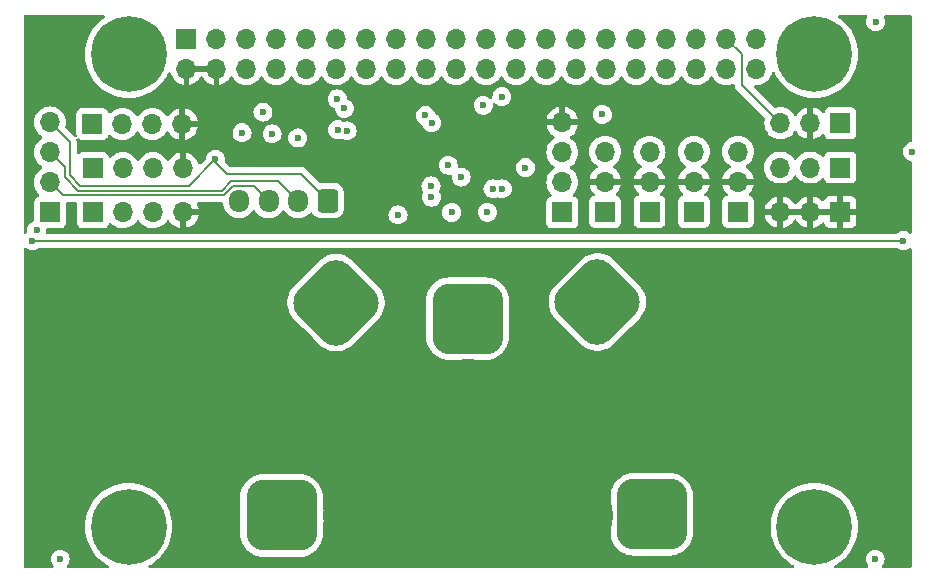
<source format=gbr>
%TF.GenerationSoftware,KiCad,Pcbnew,8.0.7-8.0.7-0~ubuntu24.04.1*%
%TF.CreationDate,2025-02-07T15:23:20+01:00*%
%TF.ProjectId,drn2,64726e32-2e6b-4696-9361-645f70636258,rev?*%
%TF.SameCoordinates,Original*%
%TF.FileFunction,Copper,L2,Inr*%
%TF.FilePolarity,Positive*%
%FSLAX46Y46*%
G04 Gerber Fmt 4.6, Leading zero omitted, Abs format (unit mm)*
G04 Created by KiCad (PCBNEW 8.0.7-8.0.7-0~ubuntu24.04.1) date 2025-02-07 15:23:20*
%MOMM*%
%LPD*%
G01*
G04 APERTURE LIST*
G04 Aperture macros list*
%AMRoundRect*
0 Rectangle with rounded corners*
0 $1 Rounding radius*
0 $2 $3 $4 $5 $6 $7 $8 $9 X,Y pos of 4 corners*
0 Add a 4 corners polygon primitive as box body*
4,1,4,$2,$3,$4,$5,$6,$7,$8,$9,$2,$3,0*
0 Add four circle primitives for the rounded corners*
1,1,$1+$1,$2,$3*
1,1,$1+$1,$4,$5*
1,1,$1+$1,$6,$7*
1,1,$1+$1,$8,$9*
0 Add four rect primitives between the rounded corners*
20,1,$1+$1,$2,$3,$4,$5,0*
20,1,$1+$1,$4,$5,$6,$7,0*
20,1,$1+$1,$6,$7,$8,$9,0*
20,1,$1+$1,$8,$9,$2,$3,0*%
G04 Aperture macros list end*
%TA.AperFunction,Conductor*%
%ADD10C,0.200000*%
%TD*%
%TA.AperFunction,ComponentPad*%
%ADD11R,1.700000X1.700000*%
%TD*%
%TA.AperFunction,ComponentPad*%
%ADD12O,1.700000X1.700000*%
%TD*%
%TA.AperFunction,ComponentPad*%
%ADD13RoundRect,1.500000X-1.500000X1.500000X-1.500000X-1.500000X1.500000X-1.500000X1.500000X1.500000X0*%
%TD*%
%TA.AperFunction,ComponentPad*%
%ADD14C,6.000000*%
%TD*%
%TA.AperFunction,ComponentPad*%
%ADD15RoundRect,1.500000X0.000000X2.121320X-2.121320X0.000000X0.000000X-2.121320X2.121320X0.000000X0*%
%TD*%
%TA.AperFunction,ComponentPad*%
%ADD16RoundRect,1.500000X1.500000X1.500000X-1.500000X1.500000X-1.500000X-1.500000X1.500000X-1.500000X0*%
%TD*%
%TA.AperFunction,ComponentPad*%
%ADD17RoundRect,0.250000X0.600000X0.725000X-0.600000X0.725000X-0.600000X-0.725000X0.600000X-0.725000X0*%
%TD*%
%TA.AperFunction,ComponentPad*%
%ADD18O,1.700000X1.950000*%
%TD*%
%TA.AperFunction,ComponentPad*%
%ADD19C,0.800000*%
%TD*%
%TA.AperFunction,ComponentPad*%
%ADD20C,6.400000*%
%TD*%
%TA.AperFunction,ComponentPad*%
%ADD21RoundRect,1.500000X-2.121320X0.000000X0.000000X-2.121320X2.121320X0.000000X0.000000X2.121320X0*%
%TD*%
%TA.AperFunction,ComponentPad*%
%ADD22RoundRect,1.500000X-1.500000X-1.500000X1.500000X-1.500000X1.500000X1.500000X-1.500000X1.500000X0*%
%TD*%
%TA.AperFunction,ViaPad*%
%ADD23C,0.600000*%
%TD*%
%TA.AperFunction,Conductor*%
%ADD24C,7.500000*%
%TD*%
G04 APERTURE END LIST*
D10*
%TO.N,GND*%
X75350000Y-163600000D02*
X149100000Y-163600000D01*
%TD*%
D11*
%TO.N,GND*%
%TO.C,J3*%
X131350000Y-161140000D03*
D12*
%TO.N,/5V*%
X131350000Y-158600000D03*
%TO.N,Net-(J3-Pin_3)*%
X131350000Y-156060000D03*
%TD*%
D13*
%TO.N,GND*%
%TO.C,J3_F2_BAT1*%
X112200000Y-170200000D03*
D14*
%TO.N,/11.1*%
X112200000Y-177400000D03*
%TD*%
D15*
%TO.N,GND*%
%TO.C,J4_M0_MOT0*%
X101067857Y-168832144D03*
D14*
%TO.N,/11.1*%
X95976688Y-173923313D03*
%TD*%
D11*
%TO.N,GND*%
%TO.C,J1*%
X135100000Y-161140000D03*
D12*
%TO.N,/5V*%
X135100000Y-158600000D03*
%TO.N,Net-(J1-Pin_3)*%
X135100000Y-156060000D03*
%TD*%
D16*
%TO.N,GND*%
%TO.C,J4_M3_MOT3*%
X127800000Y-186750000D03*
D14*
%TO.N,/11.1*%
X120600000Y-186750000D03*
%TD*%
D11*
%TO.N,GND*%
%TO.C,SPI1*%
X80430000Y-153700000D03*
D12*
%TO.N,Net-(RPI2-MISO0{slash}GPIO9)*%
X82970000Y-153700000D03*
%TO.N,Net-(RPI2-MOSI0{slash}GPIO10)*%
X85510000Y-153700000D03*
%TO.N,/5V*%
X88050000Y-153700000D03*
%TD*%
%TO.N,Net-(J2-Pin_4)*%
%TO.C,J2*%
X76825000Y-153580000D03*
%TO.N,Net-(J2-Pin_3)*%
X76825000Y-156120000D03*
%TO.N,Net-(J2-Pin_2)*%
X76825000Y-158660000D03*
D11*
%TO.N,GND*%
X76825000Y-161200000D03*
%TD*%
%TO.N,GND*%
%TO.C,I2C1*%
X80480000Y-161200000D03*
D12*
%TO.N,Net-(I2C1-Pin_2)*%
X83020000Y-161200000D03*
%TO.N,Net-(I2C1-Pin_3)*%
X85560000Y-161200000D03*
%TO.N,/5V*%
X88100000Y-161200000D03*
%TD*%
D11*
%TO.N,GND*%
%TO.C,J4*%
X127600000Y-161140000D03*
D12*
%TO.N,/5V*%
X127600000Y-158600000D03*
%TO.N,Net-(J4-Pin_3)*%
X127600000Y-156060000D03*
%TD*%
D17*
%TO.N,Net-(J2-Pin_4)*%
%TO.C,J9*%
X100350000Y-160200000D03*
D18*
%TO.N,Net-(J2-Pin_3)*%
X97850000Y-160200000D03*
%TO.N,Net-(J2-Pin_2)*%
X95350000Y-160200000D03*
%TO.N,GND*%
X92850000Y-160200000D03*
%TD*%
D19*
%TO.N,GND*%
%TO.C,GND2*%
X81100000Y-147800000D03*
X81802944Y-146102944D03*
X81802944Y-149497056D03*
X83500000Y-145400000D03*
D20*
X83500000Y-147800000D03*
D19*
X83500000Y-150200000D03*
X85197056Y-146102944D03*
X85197056Y-149497056D03*
X85900000Y-147800000D03*
%TD*%
D11*
%TO.N,GND*%
%TO.C,GND1*%
X143750000Y-157400000D03*
D12*
X141210000Y-157400000D03*
X138670000Y-157400000D03*
%TD*%
D11*
%TO.N,/5V*%
%TO.C,5V1*%
X143750000Y-161150000D03*
D12*
X141210000Y-161150000D03*
X138670000Y-161150000D03*
%TD*%
D11*
%TO.N,Net-(MAN1-AIN0)*%
%TO.C,RPI2*%
X88395000Y-146505000D03*
D12*
%TO.N,/5V*%
X88395000Y-149045000D03*
%TO.N,Net-(I2C1-Pin_3)*%
X90935000Y-146505000D03*
%TO.N,/5V*%
X90935000Y-149045000D03*
%TO.N,Net-(I2C1-Pin_2)*%
X93475000Y-146505000D03*
%TO.N,GND*%
X93475000Y-149045000D03*
%TO.N,Net-(IMU1-DEN_A{slash}G)*%
X96015000Y-146505000D03*
%TO.N,Net-(RPI2-GPIO14{slash}TXD)*%
X96015000Y-149045000D03*
%TO.N,GND*%
X98555000Y-146505000D03*
%TO.N,Net-(RPI2-GPIO15{slash}RXD)*%
X98555000Y-149045000D03*
%TO.N,Net-(IMU1-INT2_A{slash}G)*%
X101095000Y-146505000D03*
%TO.N,Net-(J7-Pin_3)*%
X101095000Y-149045000D03*
%TO.N,Net-(IMU1-INT1_A{slash}G)*%
X103635000Y-146505000D03*
%TO.N,GND*%
X103635000Y-149045000D03*
%TO.N,Net-(IMU1-DRDY_M)*%
X106175000Y-146505000D03*
%TO.N,Net-(IMU1-INT_M)*%
X106175000Y-149045000D03*
%TO.N,Net-(MAN1-AIN0)*%
X108715000Y-146505000D03*
%TO.N,Net-(IMU1-CS_M)*%
X108715000Y-149045000D03*
%TO.N,Net-(RPI2-MOSI0{slash}GPIO10)*%
X111255000Y-146505000D03*
%TO.N,GND*%
X111255000Y-149045000D03*
%TO.N,Net-(RPI2-MISO0{slash}GPIO9)*%
X113795000Y-146505000D03*
%TO.N,unconnected-(RPI2-GPIO25-Pad22)*%
X113795000Y-149045000D03*
%TO.N,Net-(MAN1-ALERT{slash}RDY)*%
X116335000Y-146505000D03*
%TO.N,Net-(MAN1-ADDR)*%
X116335000Y-149045000D03*
%TO.N,GND*%
X118875000Y-146505000D03*
%TO.N,Net-(IMU1-CS_A{slash}G)*%
X118875000Y-149045000D03*
%TO.N,Net-(IMU1-SDO_M)*%
X121415000Y-146505000D03*
%TO.N,Net-(IMU1-SDO_A{slash}G)*%
X121415000Y-149045000D03*
%TO.N,Net-(RPI2-GCLK1{slash}GPIO5)*%
X123955000Y-146505000D03*
%TO.N,GND*%
X123955000Y-149045000D03*
%TO.N,Net-(RPI2-GCLK2{slash}GPIO6)*%
X126495000Y-146505000D03*
%TO.N,Net-(J4-Pin_3)*%
X126495000Y-149045000D03*
%TO.N,Net-(J3-Pin_3)*%
X129035000Y-146505000D03*
%TO.N,GND*%
X129035000Y-149045000D03*
%TO.N,Net-(J1-Pin_3)*%
X131575000Y-146505000D03*
%TO.N,Net-(RPI2-GPIO16)*%
X131575000Y-149045000D03*
%TO.N,Net-(J37-Pin_3)*%
X134115000Y-146505000D03*
%TO.N,Net-(RPI2-GPIO20{slash}MOSI1)*%
X134115000Y-149045000D03*
%TO.N,GND*%
X136655000Y-146505000D03*
%TO.N,Net-(RPI2-GPIO21{slash}SCLK1)*%
X136655000Y-149045000D03*
%TD*%
D21*
%TO.N,GND*%
%TO.C,J4_M2_MOT2*%
X123182144Y-168782144D03*
D14*
%TO.N,/11.1*%
X128273313Y-173873313D03*
%TD*%
D11*
%TO.N,GND*%
%TO.C,TOF1*%
X120215000Y-161200000D03*
D12*
%TO.N,Net-(RPI2-GCLK2{slash}GPIO6)*%
X120215000Y-158660000D03*
%TO.N,Net-(RPI2-GCLK1{slash}GPIO5)*%
X120215000Y-156120000D03*
%TO.N,/5V*%
X120215000Y-153580000D03*
%TD*%
D19*
%TO.N,GND*%
%TO.C,GND3*%
X81100000Y-187800000D03*
X81802944Y-186102944D03*
X81802944Y-189497056D03*
X83500000Y-185400000D03*
D20*
X83500000Y-187800000D03*
D19*
X83500000Y-190200000D03*
X85197056Y-186102944D03*
X85197056Y-189497056D03*
X85900000Y-187800000D03*
%TD*%
D11*
%TO.N,GND*%
%TO.C,J7*%
X123850000Y-161140000D03*
D12*
%TO.N,/5V*%
X123850000Y-158600000D03*
%TO.N,Net-(J7-Pin_3)*%
X123850000Y-156060000D03*
%TD*%
D11*
%TO.N,GND*%
%TO.C,J37*%
X143760000Y-153650000D03*
D12*
%TO.N,/5V*%
X141220000Y-153650000D03*
%TO.N,Net-(J37-Pin_3)*%
X138680000Y-153650000D03*
%TD*%
D22*
%TO.N,GND*%
%TO.C,J4_M1_MOT1*%
X96450000Y-186850000D03*
D14*
%TO.N,/11.1*%
X103650000Y-186850000D03*
%TD*%
D19*
%TO.N,GND*%
%TO.C,GND4*%
X139150000Y-187800000D03*
X139852944Y-186102944D03*
X139852944Y-189497056D03*
X141550000Y-185400000D03*
D20*
X141550000Y-187800000D03*
D19*
X141550000Y-190200000D03*
X143247056Y-186102944D03*
X143247056Y-189497056D03*
X143950000Y-187800000D03*
%TD*%
%TO.N,GND*%
%TO.C,GND5*%
X139150000Y-147800000D03*
X139852944Y-146102944D03*
X139852944Y-149497056D03*
X141550000Y-145400000D03*
D20*
X141550000Y-147800000D03*
D19*
X141550000Y-150200000D03*
X143247056Y-146102944D03*
X143247056Y-149497056D03*
X143950000Y-147800000D03*
%TD*%
D11*
%TO.N,GND*%
%TO.C,UART1*%
X80480000Y-157450000D03*
D12*
%TO.N,Net-(RPI2-GPIO14{slash}TXD)*%
X83020000Y-157450000D03*
%TO.N,Net-(RPI2-GPIO15{slash}RXD)*%
X85560000Y-157450000D03*
%TO.N,/5V*%
X88100000Y-157450000D03*
%TD*%
D23*
%TO.N,GND*%
X149100000Y-163600000D03*
X75350000Y-163600000D03*
X75700000Y-162700000D03*
X149863636Y-156043344D03*
X77700000Y-190550000D03*
X146700000Y-190550000D03*
X109100000Y-158950000D03*
X93100000Y-154450000D03*
X115137500Y-159200000D03*
X113861816Y-161184839D03*
X146750000Y-145050000D03*
%TO.N,Net-(MAN1-AIN3)*%
X97817362Y-154896853D03*
X109137794Y-159900540D03*
X114350000Y-159200000D03*
%TO.N,Net-(MAN1-AIN2)*%
X110850000Y-161200000D03*
X106305625Y-161409704D03*
%TO.N,/5V*%
X78600000Y-148900000D03*
X78650000Y-146550000D03*
X100200000Y-155050000D03*
X98650000Y-156850000D03*
X104800000Y-157050000D03*
X146300000Y-146450000D03*
X117000000Y-162500000D03*
X101150000Y-156800000D03*
X88850000Y-151900000D03*
X96500000Y-156750000D03*
X118550000Y-156150000D03*
X103250000Y-157000000D03*
X78650000Y-151000000D03*
X118350000Y-154500000D03*
X90600000Y-152550000D03*
%TO.N,Net-(MAN1-ADDR)*%
X108633068Y-152989439D03*
X113525735Y-152125735D03*
%TO.N,Net-(MAN1-AIN0)*%
X95650000Y-154550000D03*
X94873791Y-152699257D03*
%TO.N,Net-(MAN1-ALERT{slash}RDY)*%
X109150000Y-153600000D03*
X115100000Y-151400000D03*
%TO.N,Net-(J7-Pin_3)*%
X123600000Y-152900000D03*
%TO.N,Net-(J2-Pin_4)*%
X90850000Y-156700000D03*
%TO.N,Net-(I2C1-Pin_2)*%
X111650000Y-158200000D03*
X117100000Y-157400000D03*
X101162562Y-151587438D03*
X101200000Y-154200000D03*
%TO.N,Net-(I2C1-Pin_3)*%
X101762562Y-152389439D03*
X110550000Y-157200000D03*
X101994116Y-154296853D03*
%TD*%
D24*
%TO.N,/11.1*%
X112200000Y-177350000D02*
X112150000Y-177300000D01*
X112200000Y-177400000D02*
X112200000Y-177350000D01*
X128250000Y-173896626D02*
X128250000Y-174000000D01*
X128273313Y-173873313D02*
X128250000Y-173896626D01*
X120650000Y-186750000D02*
X120700000Y-186800000D01*
X120600000Y-186750000D02*
X120650000Y-186750000D01*
X103650000Y-186850000D02*
X103650000Y-186800000D01*
X95976688Y-173923313D02*
X95976688Y-173976688D01*
X96000000Y-174000000D02*
X95976688Y-173976688D01*
D10*
%TO.N,Net-(J37-Pin_3)*%
X134115000Y-146505000D02*
X135400000Y-147790000D01*
X135400000Y-147790000D02*
X135400000Y-150370000D01*
X135400000Y-150370000D02*
X138680000Y-153650000D01*
%TO.N,Net-(J2-Pin_3)*%
X96175000Y-158525000D02*
X92207968Y-158525000D01*
X79234314Y-159350000D02*
X78100000Y-158215686D01*
X78100000Y-158215686D02*
X78100000Y-157395000D01*
X78100000Y-157395000D02*
X76825000Y-156120000D01*
X92207968Y-158525000D02*
X91382968Y-159350000D01*
X97850000Y-160200000D02*
X96175000Y-158525000D01*
X91382968Y-159350000D02*
X79234314Y-159350000D01*
%TO.N,Net-(J2-Pin_2)*%
X76825000Y-158675000D02*
X76825000Y-158660000D01*
X92373654Y-158925000D02*
X91548654Y-159750000D01*
X95350000Y-160200000D02*
X94075000Y-158925000D01*
X94075000Y-158925000D02*
X92373654Y-158925000D01*
X91548654Y-159750000D02*
X77900000Y-159750000D01*
X77900000Y-159750000D02*
X76825000Y-158675000D01*
%TO.N,Net-(J2-Pin_4)*%
X78500000Y-158050000D02*
X78500000Y-155255000D01*
X100350000Y-160200000D02*
X98100000Y-157950000D01*
X91850000Y-157950000D02*
X90850000Y-156950000D01*
X78500000Y-155255000D02*
X76825000Y-153580000D01*
X98100000Y-157950000D02*
X91850000Y-157950000D01*
X90850000Y-156700000D02*
X88600000Y-158950000D01*
X90850000Y-156950000D02*
X90850000Y-156700000D01*
X88600000Y-158950000D02*
X79400000Y-158950000D01*
X79400000Y-158950000D02*
X78500000Y-158050000D01*
%TD*%
%TA.AperFunction,Conductor*%
%TO.N,/11.1*%
G36*
X74834000Y-164219685D02*
G01*
X74844276Y-164227055D01*
X74847736Y-164229814D01*
X74847738Y-164229816D01*
X74961270Y-164301152D01*
X74997630Y-164324000D01*
X75000478Y-164325789D01*
X75012547Y-164330012D01*
X75170745Y-164385368D01*
X75170750Y-164385369D01*
X75349996Y-164405565D01*
X75350000Y-164405565D01*
X75350004Y-164405565D01*
X75529249Y-164385369D01*
X75529252Y-164385368D01*
X75529255Y-164385368D01*
X75699522Y-164325789D01*
X75852262Y-164229816D01*
X75852267Y-164229810D01*
X75855097Y-164227555D01*
X75857275Y-164226665D01*
X75858158Y-164226111D01*
X75858255Y-164226265D01*
X75919783Y-164201145D01*
X75932412Y-164200500D01*
X148517588Y-164200500D01*
X148584627Y-164220185D01*
X148594903Y-164227555D01*
X148597736Y-164229814D01*
X148597738Y-164229816D01*
X148711270Y-164301152D01*
X148747630Y-164324000D01*
X148750478Y-164325789D01*
X148762547Y-164330012D01*
X148920745Y-164385368D01*
X148920750Y-164385369D01*
X149099996Y-164405565D01*
X149100000Y-164405565D01*
X149100004Y-164405565D01*
X149279249Y-164385369D01*
X149279252Y-164385368D01*
X149279255Y-164385368D01*
X149449522Y-164325789D01*
X149602262Y-164229816D01*
X149602262Y-164229815D01*
X149608158Y-164226111D01*
X149609602Y-164228409D01*
X149662849Y-164206659D01*
X149731547Y-164219401D01*
X149782450Y-164267261D01*
X149799500Y-164330012D01*
X149799500Y-191175500D01*
X149779815Y-191242539D01*
X149727011Y-191288294D01*
X149675500Y-191299500D01*
X147381940Y-191299500D01*
X147314901Y-191279815D01*
X147269146Y-191227011D01*
X147259202Y-191157853D01*
X147288227Y-191094297D01*
X147294259Y-191087819D01*
X147329816Y-191052262D01*
X147425789Y-190899522D01*
X147485368Y-190729255D01*
X147505139Y-190553781D01*
X147505565Y-190550003D01*
X147505565Y-190549996D01*
X147485369Y-190370750D01*
X147485368Y-190370745D01*
X147472929Y-190335196D01*
X147425789Y-190200478D01*
X147409382Y-190174367D01*
X147329815Y-190047737D01*
X147202262Y-189920184D01*
X147049523Y-189824211D01*
X146879254Y-189764631D01*
X146879249Y-189764630D01*
X146700004Y-189744435D01*
X146699996Y-189744435D01*
X146520750Y-189764630D01*
X146520745Y-189764631D01*
X146350476Y-189824211D01*
X146197737Y-189920184D01*
X146070184Y-190047737D01*
X145974211Y-190200476D01*
X145914631Y-190370745D01*
X145914630Y-190370750D01*
X145894435Y-190549996D01*
X145894435Y-190550003D01*
X145914630Y-190729249D01*
X145914631Y-190729254D01*
X145974211Y-190899523D01*
X146070184Y-191052262D01*
X146105741Y-191087819D01*
X146139226Y-191149142D01*
X146134242Y-191218834D01*
X146092370Y-191274767D01*
X146026906Y-191299184D01*
X146018060Y-191299500D01*
X143349393Y-191299500D01*
X143282354Y-191279815D01*
X143236599Y-191227011D01*
X143226655Y-191157853D01*
X143255680Y-191094297D01*
X143293098Y-191065015D01*
X143402789Y-191009125D01*
X143728084Y-190797876D01*
X144029516Y-190553781D01*
X144303781Y-190279516D01*
X144547876Y-189978084D01*
X144759125Y-189652789D01*
X144935214Y-189307194D01*
X145074214Y-188945087D01*
X145174602Y-188570433D01*
X145235278Y-188187338D01*
X145255578Y-187800000D01*
X145235278Y-187412662D01*
X145174602Y-187029567D01*
X145074214Y-186654913D01*
X144935214Y-186292806D01*
X144929355Y-186281308D01*
X144914567Y-186252283D01*
X144759125Y-185947211D01*
X144547876Y-185621916D01*
X144303781Y-185320484D01*
X144029516Y-185046219D01*
X143941789Y-184975179D01*
X143728082Y-184802122D01*
X143402793Y-184590877D01*
X143057197Y-184414787D01*
X142695094Y-184275788D01*
X142657378Y-184265682D01*
X142320433Y-184175398D01*
X142320429Y-184175397D01*
X142320428Y-184175397D01*
X141937339Y-184114722D01*
X141550001Y-184094422D01*
X141549999Y-184094422D01*
X141162660Y-184114722D01*
X140779572Y-184175397D01*
X140779570Y-184175397D01*
X140404905Y-184275788D01*
X140042802Y-184414787D01*
X139697206Y-184590877D01*
X139371917Y-184802122D01*
X139070488Y-185046215D01*
X139070480Y-185046222D01*
X138796222Y-185320480D01*
X138796215Y-185320488D01*
X138552122Y-185621917D01*
X138340877Y-185947206D01*
X138164787Y-186292802D01*
X138025788Y-186654905D01*
X137925397Y-187029570D01*
X137925397Y-187029572D01*
X137864722Y-187412660D01*
X137844422Y-187799999D01*
X137844422Y-187800000D01*
X137864722Y-188187339D01*
X137925397Y-188570427D01*
X137925397Y-188570429D01*
X138025788Y-188945094D01*
X138164787Y-189307197D01*
X138340877Y-189652793D01*
X138552122Y-189978082D01*
X138711074Y-190174371D01*
X138796219Y-190279516D01*
X139070484Y-190553781D01*
X139070488Y-190553784D01*
X139371917Y-190797877D01*
X139697206Y-191009122D01*
X139697211Y-191009125D01*
X139806902Y-191065015D01*
X139857698Y-191112989D01*
X139874493Y-191180810D01*
X139851956Y-191246945D01*
X139797241Y-191290397D01*
X139750607Y-191299500D01*
X85299393Y-191299500D01*
X85232354Y-191279815D01*
X85186599Y-191227011D01*
X85176655Y-191157853D01*
X85205680Y-191094297D01*
X85243098Y-191065015D01*
X85352789Y-191009125D01*
X85678084Y-190797876D01*
X85979516Y-190553781D01*
X86253781Y-190279516D01*
X86497876Y-189978084D01*
X86709125Y-189652789D01*
X86885214Y-189307194D01*
X87024214Y-188945087D01*
X87124602Y-188570433D01*
X87185278Y-188187338D01*
X87205578Y-187800000D01*
X87185278Y-187412662D01*
X87124602Y-187029567D01*
X87024214Y-186654913D01*
X86885214Y-186292806D01*
X86879355Y-186281308D01*
X86864567Y-186252283D01*
X86709125Y-185947211D01*
X86497876Y-185621916D01*
X86253781Y-185320484D01*
X86211846Y-185278549D01*
X92949500Y-185278549D01*
X92949500Y-188421450D01*
X92964804Y-188635433D01*
X93025628Y-188915037D01*
X93025630Y-188915043D01*
X93025631Y-188915046D01*
X93110709Y-189143148D01*
X93125635Y-189183166D01*
X93262770Y-189434309D01*
X93262775Y-189434317D01*
X93434254Y-189663387D01*
X93434270Y-189663405D01*
X93636594Y-189865729D01*
X93636612Y-189865745D01*
X93865682Y-190037224D01*
X93865690Y-190037229D01*
X94116833Y-190174364D01*
X94116832Y-190174364D01*
X94116836Y-190174365D01*
X94116839Y-190174367D01*
X94384954Y-190274369D01*
X94384960Y-190274370D01*
X94384962Y-190274371D01*
X94664566Y-190335195D01*
X94664568Y-190335195D01*
X94664572Y-190335196D01*
X94878552Y-190350500D01*
X98021448Y-190350500D01*
X98235428Y-190335196D01*
X98515046Y-190274369D01*
X98783161Y-190174367D01*
X99034315Y-190037226D01*
X99263395Y-189865739D01*
X99465739Y-189663395D01*
X99637226Y-189434315D01*
X99774367Y-189183161D01*
X99874369Y-188915046D01*
X99874371Y-188915037D01*
X99935195Y-188635433D01*
X99935195Y-188635432D01*
X99935196Y-188635428D01*
X99950500Y-188421448D01*
X99950500Y-187441429D01*
X99970185Y-187374390D01*
X100022989Y-187328635D01*
X100092147Y-187318691D01*
X100155703Y-187347716D01*
X100193477Y-187406494D01*
X100196973Y-187422031D01*
X100221784Y-187578684D01*
X100221784Y-187578686D01*
X100316736Y-187933051D01*
X100448204Y-188275535D01*
X100614754Y-188602406D01*
X100814553Y-188910070D01*
X101003297Y-189143148D01*
X101891777Y-188254668D01*
X101954731Y-188336711D01*
X102163289Y-188545269D01*
X102245330Y-188608221D01*
X101356850Y-189496701D01*
X101589929Y-189685446D01*
X101897593Y-189885245D01*
X102224464Y-190051795D01*
X102566948Y-190183263D01*
X102921314Y-190278215D01*
X103283646Y-190335602D01*
X103649999Y-190354803D01*
X103650001Y-190354803D01*
X104016353Y-190335602D01*
X104378684Y-190278215D01*
X104378686Y-190278215D01*
X104733051Y-190183263D01*
X105075535Y-190051795D01*
X105402406Y-189885245D01*
X105710064Y-189685450D01*
X105943148Y-189496701D01*
X105054669Y-188608222D01*
X105136711Y-188545269D01*
X105345269Y-188336711D01*
X105408222Y-188254669D01*
X106296701Y-189143148D01*
X106485450Y-188910064D01*
X106685245Y-188602406D01*
X106851795Y-188275535D01*
X106983263Y-187933051D01*
X107078215Y-187578686D01*
X107078215Y-187578684D01*
X107135602Y-187216353D01*
X107154803Y-186850000D01*
X107154803Y-186849999D01*
X107149562Y-186749999D01*
X117095197Y-186749999D01*
X117095197Y-186750000D01*
X117114397Y-187116353D01*
X117171784Y-187478684D01*
X117171784Y-187478686D01*
X117266736Y-187833051D01*
X117398204Y-188175535D01*
X117564754Y-188502406D01*
X117764553Y-188810070D01*
X117953297Y-189043148D01*
X118841777Y-188154668D01*
X118904731Y-188236711D01*
X119113289Y-188445269D01*
X119195330Y-188508221D01*
X118306850Y-189396701D01*
X118539929Y-189585446D01*
X118847593Y-189785245D01*
X119174464Y-189951795D01*
X119516948Y-190083263D01*
X119871314Y-190178215D01*
X120233646Y-190235602D01*
X120599999Y-190254803D01*
X120600001Y-190254803D01*
X120966353Y-190235602D01*
X121328684Y-190178215D01*
X121328686Y-190178215D01*
X121683051Y-190083263D01*
X122025535Y-189951795D01*
X122352406Y-189785245D01*
X122660064Y-189585450D01*
X122893148Y-189396701D01*
X122004669Y-188508222D01*
X122086711Y-188445269D01*
X122295269Y-188236711D01*
X122358222Y-188154669D01*
X123246701Y-189043148D01*
X123435450Y-188810064D01*
X123635245Y-188502406D01*
X123801795Y-188175535D01*
X123933263Y-187833051D01*
X124028215Y-187478686D01*
X124028215Y-187478684D01*
X124053027Y-187322031D01*
X124082956Y-187258897D01*
X124142267Y-187221965D01*
X124212130Y-187222963D01*
X124270363Y-187261573D01*
X124298477Y-187325536D01*
X124299500Y-187341429D01*
X124299500Y-188321450D01*
X124314804Y-188535433D01*
X124375628Y-188815037D01*
X124375630Y-188815043D01*
X124375631Y-188815046D01*
X124460709Y-189043148D01*
X124475635Y-189083166D01*
X124612770Y-189334309D01*
X124612775Y-189334317D01*
X124784254Y-189563387D01*
X124784270Y-189563405D01*
X124986594Y-189765729D01*
X124986612Y-189765745D01*
X125215682Y-189937224D01*
X125215690Y-189937229D01*
X125466833Y-190074364D01*
X125466832Y-190074364D01*
X125466836Y-190074365D01*
X125466839Y-190074367D01*
X125734954Y-190174369D01*
X125734960Y-190174370D01*
X125734962Y-190174371D01*
X126014566Y-190235195D01*
X126014568Y-190235195D01*
X126014572Y-190235196D01*
X126228552Y-190250500D01*
X129371448Y-190250500D01*
X129585428Y-190235196D01*
X129865046Y-190174369D01*
X130133161Y-190074367D01*
X130384315Y-189937226D01*
X130613395Y-189765739D01*
X130815739Y-189563395D01*
X130987226Y-189334315D01*
X131124367Y-189083161D01*
X131224369Y-188815046D01*
X131224371Y-188815037D01*
X131285195Y-188535433D01*
X131285195Y-188535432D01*
X131285196Y-188535428D01*
X131300500Y-188321448D01*
X131300500Y-185178552D01*
X131285196Y-184964572D01*
X131249857Y-184802122D01*
X131224371Y-184684962D01*
X131224370Y-184684960D01*
X131224369Y-184684954D01*
X131124367Y-184416839D01*
X131041830Y-184265685D01*
X130987229Y-184165690D01*
X130987224Y-184165682D01*
X130815745Y-183936612D01*
X130815729Y-183936594D01*
X130613405Y-183734270D01*
X130613387Y-183734254D01*
X130384317Y-183562775D01*
X130384309Y-183562770D01*
X130133166Y-183425635D01*
X130133167Y-183425635D01*
X130025915Y-183385632D01*
X129865046Y-183325631D01*
X129865043Y-183325630D01*
X129865037Y-183325628D01*
X129585433Y-183264804D01*
X129371450Y-183249500D01*
X129371448Y-183249500D01*
X126228552Y-183249500D01*
X126228549Y-183249500D01*
X126014566Y-183264804D01*
X125734962Y-183325628D01*
X125466833Y-183425635D01*
X125215690Y-183562770D01*
X125215682Y-183562775D01*
X124986612Y-183734254D01*
X124986594Y-183734270D01*
X124784270Y-183936594D01*
X124784254Y-183936612D01*
X124612775Y-184165682D01*
X124612770Y-184165690D01*
X124475635Y-184416833D01*
X124375628Y-184684962D01*
X124314804Y-184964566D01*
X124299500Y-185178549D01*
X124299500Y-186158570D01*
X124279815Y-186225609D01*
X124227011Y-186271364D01*
X124157853Y-186281308D01*
X124094297Y-186252283D01*
X124056523Y-186193505D01*
X124053027Y-186177968D01*
X124028215Y-186021315D01*
X124028215Y-186021313D01*
X123933263Y-185666948D01*
X123801795Y-185324464D01*
X123635245Y-184997594D01*
X123435446Y-184689929D01*
X123246701Y-184456850D01*
X122358221Y-185345329D01*
X122295269Y-185263289D01*
X122086711Y-185054731D01*
X122004668Y-184991776D01*
X122893148Y-184103297D01*
X122660070Y-183914553D01*
X122352406Y-183714754D01*
X122025535Y-183548204D01*
X121683051Y-183416736D01*
X121328685Y-183321784D01*
X120966353Y-183264397D01*
X120600001Y-183245197D01*
X120599999Y-183245197D01*
X120233646Y-183264397D01*
X119871315Y-183321784D01*
X119871313Y-183321784D01*
X119516948Y-183416736D01*
X119174464Y-183548204D01*
X118847594Y-183714754D01*
X118539924Y-183914557D01*
X118306850Y-184103295D01*
X118306849Y-184103296D01*
X119195330Y-184991777D01*
X119113289Y-185054731D01*
X118904731Y-185263289D01*
X118841777Y-185345330D01*
X117953296Y-184456849D01*
X117953295Y-184456850D01*
X117764557Y-184689924D01*
X117564754Y-184997594D01*
X117398204Y-185324464D01*
X117266736Y-185666948D01*
X117171784Y-186021313D01*
X117171784Y-186021315D01*
X117114397Y-186383646D01*
X117095197Y-186749999D01*
X107149562Y-186749999D01*
X107135602Y-186483646D01*
X107078215Y-186121315D01*
X107078215Y-186121313D01*
X106983263Y-185766948D01*
X106851795Y-185424464D01*
X106685245Y-185097594D01*
X106485446Y-184789929D01*
X106296701Y-184556850D01*
X105408221Y-185445329D01*
X105345269Y-185363289D01*
X105136711Y-185154731D01*
X105054668Y-185091776D01*
X105943148Y-184203297D01*
X105710070Y-184014553D01*
X105402406Y-183814754D01*
X105075535Y-183648204D01*
X104733051Y-183516736D01*
X104378685Y-183421784D01*
X104016353Y-183364397D01*
X103650001Y-183345197D01*
X103649999Y-183345197D01*
X103283646Y-183364397D01*
X102921315Y-183421784D01*
X102921313Y-183421784D01*
X102566948Y-183516736D01*
X102224464Y-183648204D01*
X101897594Y-183814754D01*
X101589924Y-184014557D01*
X101356850Y-184203295D01*
X101356849Y-184203296D01*
X102245330Y-185091777D01*
X102163289Y-185154731D01*
X101954731Y-185363289D01*
X101891777Y-185445330D01*
X101003296Y-184556849D01*
X101003295Y-184556850D01*
X100814557Y-184789924D01*
X100614754Y-185097594D01*
X100448204Y-185424464D01*
X100316736Y-185766948D01*
X100221784Y-186121313D01*
X100221784Y-186121315D01*
X100196973Y-186277968D01*
X100167044Y-186341103D01*
X100107732Y-186378034D01*
X100037870Y-186377036D01*
X99979637Y-186338426D01*
X99951523Y-186274463D01*
X99950500Y-186258570D01*
X99950500Y-185278552D01*
X99935196Y-185064572D01*
X99933055Y-185054731D01*
X99874371Y-184784962D01*
X99874370Y-184784960D01*
X99874369Y-184784954D01*
X99774367Y-184516839D01*
X99741610Y-184456850D01*
X99637229Y-184265690D01*
X99637224Y-184265682D01*
X99465745Y-184036612D01*
X99465729Y-184036594D01*
X99263405Y-183834270D01*
X99263387Y-183834254D01*
X99034317Y-183662775D01*
X99034309Y-183662770D01*
X98783166Y-183525635D01*
X98783167Y-183525635D01*
X98675915Y-183485632D01*
X98515046Y-183425631D01*
X98515043Y-183425630D01*
X98515037Y-183425628D01*
X98235433Y-183364804D01*
X98021450Y-183349500D01*
X98021448Y-183349500D01*
X94878552Y-183349500D01*
X94878549Y-183349500D01*
X94664566Y-183364804D01*
X94384962Y-183425628D01*
X94116833Y-183525635D01*
X93865690Y-183662770D01*
X93865682Y-183662775D01*
X93636612Y-183834254D01*
X93636594Y-183834270D01*
X93434270Y-184036594D01*
X93434254Y-184036612D01*
X93262775Y-184265682D01*
X93262770Y-184265690D01*
X93125635Y-184516833D01*
X93025628Y-184784962D01*
X92964804Y-185064566D01*
X92949500Y-185278549D01*
X86211846Y-185278549D01*
X85979516Y-185046219D01*
X85891789Y-184975179D01*
X85678082Y-184802122D01*
X85352793Y-184590877D01*
X85007197Y-184414787D01*
X84645094Y-184275788D01*
X84607378Y-184265682D01*
X84270433Y-184175398D01*
X84270429Y-184175397D01*
X84270428Y-184175397D01*
X83887339Y-184114722D01*
X83500001Y-184094422D01*
X83499999Y-184094422D01*
X83112660Y-184114722D01*
X82729572Y-184175397D01*
X82729570Y-184175397D01*
X82354905Y-184275788D01*
X81992802Y-184414787D01*
X81647206Y-184590877D01*
X81321917Y-184802122D01*
X81020488Y-185046215D01*
X81020480Y-185046222D01*
X80746222Y-185320480D01*
X80746215Y-185320488D01*
X80502122Y-185621917D01*
X80290877Y-185947206D01*
X80114787Y-186292802D01*
X79975788Y-186654905D01*
X79875397Y-187029570D01*
X79875397Y-187029572D01*
X79814722Y-187412660D01*
X79794422Y-187799999D01*
X79794422Y-187800000D01*
X79814722Y-188187339D01*
X79875397Y-188570427D01*
X79875397Y-188570429D01*
X79975788Y-188945094D01*
X80114787Y-189307197D01*
X80290877Y-189652793D01*
X80502122Y-189978082D01*
X80661074Y-190174371D01*
X80746219Y-190279516D01*
X81020484Y-190553781D01*
X81020488Y-190553784D01*
X81321917Y-190797877D01*
X81647206Y-191009122D01*
X81647211Y-191009125D01*
X81756902Y-191065015D01*
X81807698Y-191112989D01*
X81824493Y-191180810D01*
X81801956Y-191246945D01*
X81747241Y-191290397D01*
X81700607Y-191299500D01*
X78381940Y-191299500D01*
X78314901Y-191279815D01*
X78269146Y-191227011D01*
X78259202Y-191157853D01*
X78288227Y-191094297D01*
X78294259Y-191087819D01*
X78329816Y-191052262D01*
X78425789Y-190899522D01*
X78485368Y-190729255D01*
X78505139Y-190553781D01*
X78505565Y-190550003D01*
X78505565Y-190549996D01*
X78485369Y-190370750D01*
X78485368Y-190370745D01*
X78472929Y-190335196D01*
X78425789Y-190200478D01*
X78409382Y-190174367D01*
X78329815Y-190047737D01*
X78202262Y-189920184D01*
X78049523Y-189824211D01*
X77879254Y-189764631D01*
X77879249Y-189764630D01*
X77700004Y-189744435D01*
X77699996Y-189744435D01*
X77520750Y-189764630D01*
X77520745Y-189764631D01*
X77350476Y-189824211D01*
X77197737Y-189920184D01*
X77070184Y-190047737D01*
X76974211Y-190200476D01*
X76914631Y-190370745D01*
X76914630Y-190370750D01*
X76894435Y-190549996D01*
X76894435Y-190550003D01*
X76914630Y-190729249D01*
X76914631Y-190729254D01*
X76974211Y-190899523D01*
X77070184Y-191052262D01*
X77105741Y-191087819D01*
X77139226Y-191149142D01*
X77134242Y-191218834D01*
X77092370Y-191274767D01*
X77026906Y-191299184D01*
X77018060Y-191299500D01*
X74724500Y-191299500D01*
X74657461Y-191279815D01*
X74611706Y-191227011D01*
X74600500Y-191175500D01*
X74600500Y-173673312D01*
X92484987Y-173673312D01*
X92484987Y-173673313D01*
X93740186Y-173673313D01*
X93726688Y-173775840D01*
X93726688Y-174070786D01*
X93740186Y-174173313D01*
X92484987Y-174173313D01*
X92491085Y-174289666D01*
X92548472Y-174651997D01*
X92548472Y-174651999D01*
X92643424Y-175006364D01*
X92774892Y-175348848D01*
X92941442Y-175675719D01*
X93141241Y-175983383D01*
X93372108Y-176268479D01*
X93372115Y-176268487D01*
X93631513Y-176527885D01*
X93631521Y-176527892D01*
X93916617Y-176758759D01*
X94224281Y-176958558D01*
X94551152Y-177125108D01*
X94893636Y-177256576D01*
X95248002Y-177351528D01*
X95610336Y-177408915D01*
X95726687Y-177415013D01*
X95726688Y-177415012D01*
X95726688Y-176159815D01*
X95829215Y-176173313D01*
X96124161Y-176173313D01*
X96226688Y-176159815D01*
X96226688Y-177415013D01*
X96343039Y-177408915D01*
X96399333Y-177399999D01*
X108695197Y-177399999D01*
X108695197Y-177400000D01*
X108714397Y-177766353D01*
X108771784Y-178128684D01*
X108771784Y-178128686D01*
X108866736Y-178483051D01*
X108998204Y-178825535D01*
X109164754Y-179152406D01*
X109364553Y-179460070D01*
X109553297Y-179693148D01*
X110441777Y-178804668D01*
X110504731Y-178886711D01*
X110713289Y-179095269D01*
X110795330Y-179158221D01*
X109906850Y-180046701D01*
X110139929Y-180235446D01*
X110447593Y-180435245D01*
X110774464Y-180601795D01*
X111116948Y-180733263D01*
X111471314Y-180828215D01*
X111833646Y-180885602D01*
X112199999Y-180904803D01*
X112200001Y-180904803D01*
X112566353Y-180885602D01*
X112928684Y-180828215D01*
X112928686Y-180828215D01*
X113283051Y-180733263D01*
X113625535Y-180601795D01*
X113952406Y-180435245D01*
X114260064Y-180235450D01*
X114493148Y-180046701D01*
X113604669Y-179158222D01*
X113686711Y-179095269D01*
X113895269Y-178886711D01*
X113958222Y-178804669D01*
X114846701Y-179693148D01*
X115035450Y-179460064D01*
X115235245Y-179152406D01*
X115401795Y-178825535D01*
X115533263Y-178483051D01*
X115628215Y-178128686D01*
X115628215Y-178128684D01*
X115685602Y-177766353D01*
X115704803Y-177400000D01*
X115704803Y-177399999D01*
X115685602Y-177033646D01*
X115628215Y-176671315D01*
X115628215Y-176671313D01*
X115533263Y-176316948D01*
X115401795Y-175974464D01*
X115235245Y-175647594D01*
X115035446Y-175339929D01*
X114846701Y-175106850D01*
X113958221Y-175995329D01*
X113895269Y-175913289D01*
X113686711Y-175704731D01*
X113604668Y-175641776D01*
X114493148Y-174753297D01*
X114260070Y-174564553D01*
X113952406Y-174364754D01*
X113625535Y-174198204D01*
X113283051Y-174066736D01*
X112928685Y-173971784D01*
X112772031Y-173946973D01*
X112708897Y-173917044D01*
X112671965Y-173857733D01*
X112672963Y-173787870D01*
X112711573Y-173729637D01*
X112775536Y-173701523D01*
X112791429Y-173700500D01*
X113771448Y-173700500D01*
X113985428Y-173685196D01*
X114040054Y-173673313D01*
X114265037Y-173624371D01*
X114265037Y-173624370D01*
X114265046Y-173624369D01*
X114533161Y-173524367D01*
X114784315Y-173387226D01*
X115013395Y-173215739D01*
X115215739Y-173013395D01*
X115387226Y-172784315D01*
X115524367Y-172533161D01*
X115624369Y-172265046D01*
X115685196Y-171985428D01*
X115700500Y-171771448D01*
X115700500Y-168639066D01*
X119060324Y-168639066D01*
X119060324Y-168925221D01*
X119101046Y-169208461D01*
X119101049Y-169208471D01*
X119150592Y-169377199D01*
X119181668Y-169483032D01*
X119204502Y-169533032D01*
X119300541Y-169743331D01*
X119300543Y-169743335D01*
X119455249Y-169984060D01*
X119455250Y-169984061D01*
X119595735Y-170146190D01*
X119595744Y-170146199D01*
X119595756Y-170146212D01*
X121818075Y-172368531D01*
X121818088Y-172368543D01*
X121818098Y-172368553D01*
X121980227Y-172509038D01*
X122220957Y-172663747D01*
X122481256Y-172782620D01*
X122755822Y-172863240D01*
X122755823Y-172863240D01*
X122755826Y-172863241D01*
X122832544Y-172874270D01*
X123039065Y-172903964D01*
X123039068Y-172903964D01*
X123325220Y-172903964D01*
X123325223Y-172903964D01*
X123557703Y-172870538D01*
X123608461Y-172863241D01*
X123608462Y-172863240D01*
X123608466Y-172863240D01*
X123883032Y-172782620D01*
X124143331Y-172663747D01*
X124384061Y-172509038D01*
X124546190Y-172368553D01*
X125226691Y-171688052D01*
X125288014Y-171654567D01*
X125357705Y-171659551D01*
X125413639Y-171701422D01*
X125438056Y-171766887D01*
X125423204Y-171835160D01*
X125418367Y-171843268D01*
X125238067Y-172120907D01*
X125071517Y-172447777D01*
X124940049Y-172790261D01*
X124845097Y-173144626D01*
X124845097Y-173144628D01*
X124787710Y-173506959D01*
X124781612Y-173623312D01*
X124781612Y-173623313D01*
X126036811Y-173623313D01*
X126023313Y-173725840D01*
X126023313Y-174020786D01*
X126036811Y-174123313D01*
X124781612Y-174123313D01*
X124787710Y-174239666D01*
X124845097Y-174601997D01*
X124845097Y-174601999D01*
X124940049Y-174956364D01*
X125071517Y-175298848D01*
X125238067Y-175625719D01*
X125437866Y-175933383D01*
X125668733Y-176218479D01*
X125668740Y-176218487D01*
X125928138Y-176477885D01*
X125928146Y-176477892D01*
X126213242Y-176708759D01*
X126520906Y-176908558D01*
X126847777Y-177075108D01*
X127190261Y-177206576D01*
X127544627Y-177301528D01*
X127906961Y-177358915D01*
X128023312Y-177365013D01*
X128023313Y-177365012D01*
X128023313Y-176109815D01*
X128125840Y-176123313D01*
X128420786Y-176123313D01*
X128523313Y-176109815D01*
X128523313Y-177365013D01*
X128639664Y-177358915D01*
X129001997Y-177301528D01*
X129001999Y-177301528D01*
X129356364Y-177206576D01*
X129698848Y-177075108D01*
X130025719Y-176908558D01*
X130333383Y-176708759D01*
X130618479Y-176477892D01*
X130618487Y-176477885D01*
X130877885Y-176218487D01*
X130877892Y-176218479D01*
X131108759Y-175933383D01*
X131308558Y-175625719D01*
X131475108Y-175298848D01*
X131606576Y-174956364D01*
X131701528Y-174601999D01*
X131701528Y-174601997D01*
X131758915Y-174239666D01*
X131765013Y-174123313D01*
X130509815Y-174123313D01*
X130523313Y-174020786D01*
X130523313Y-173725840D01*
X130509815Y-173623313D01*
X131765014Y-173623313D01*
X131765013Y-173623312D01*
X131758915Y-173506959D01*
X131701528Y-173144628D01*
X131701528Y-173144626D01*
X131606576Y-172790261D01*
X131475108Y-172447777D01*
X131308558Y-172120907D01*
X131108759Y-171813242D01*
X130877892Y-171528146D01*
X130877885Y-171528138D01*
X130618487Y-171268740D01*
X130618479Y-171268733D01*
X130333383Y-171037866D01*
X130025719Y-170838067D01*
X129698848Y-170671517D01*
X129356364Y-170540049D01*
X129001998Y-170445097D01*
X128639666Y-170387710D01*
X128523313Y-170381612D01*
X128523313Y-171636810D01*
X128420786Y-171623313D01*
X128125840Y-171623313D01*
X128023313Y-171636810D01*
X128023313Y-170381612D01*
X128023312Y-170381612D01*
X127906959Y-170387710D01*
X127544628Y-170445097D01*
X127544626Y-170445097D01*
X127190261Y-170540049D01*
X126847777Y-170671517D01*
X126520907Y-170838067D01*
X126243268Y-171018367D01*
X126176323Y-171038371D01*
X126109190Y-171019005D01*
X126063185Y-170966419D01*
X126052913Y-170897309D01*
X126081635Y-170833616D01*
X126088052Y-170826691D01*
X126768531Y-170146212D01*
X126768553Y-170146190D01*
X126909038Y-169984061D01*
X127063747Y-169743331D01*
X127182620Y-169483032D01*
X127263240Y-169208466D01*
X127303964Y-168925223D01*
X127303964Y-168639065D01*
X127271686Y-168414566D01*
X127263241Y-168355826D01*
X127263238Y-168355816D01*
X127182620Y-168081256D01*
X127063747Y-167820957D01*
X126909038Y-167580227D01*
X126768553Y-167418098D01*
X126768543Y-167418088D01*
X126768531Y-167418075D01*
X124546212Y-165195756D01*
X124546199Y-165195744D01*
X124546190Y-165195735D01*
X124384061Y-165055250D01*
X124384060Y-165055249D01*
X124143335Y-164900543D01*
X124143331Y-164900541D01*
X123992518Y-164831668D01*
X123883032Y-164781668D01*
X123777199Y-164750592D01*
X123608471Y-164701049D01*
X123608461Y-164701046D01*
X123377142Y-164667788D01*
X123325223Y-164660324D01*
X123039065Y-164660324D01*
X123013105Y-164664056D01*
X122755826Y-164701046D01*
X122755816Y-164701049D01*
X122481256Y-164781668D01*
X122220956Y-164900541D01*
X122220952Y-164900543D01*
X121980227Y-165055249D01*
X121818101Y-165195732D01*
X121818075Y-165195756D01*
X119595756Y-167418075D01*
X119595732Y-167418101D01*
X119455249Y-167580227D01*
X119300543Y-167820952D01*
X119300541Y-167820956D01*
X119181668Y-168081256D01*
X119101049Y-168355816D01*
X119101046Y-168355826D01*
X119060324Y-168639066D01*
X115700500Y-168639066D01*
X115700500Y-168628552D01*
X115685196Y-168414572D01*
X115683293Y-168405826D01*
X115624371Y-168134962D01*
X115624370Y-168134960D01*
X115624369Y-168134954D01*
X115524367Y-167866839D01*
X115499313Y-167820957D01*
X115387229Y-167615690D01*
X115387224Y-167615682D01*
X115215745Y-167386612D01*
X115215729Y-167386594D01*
X115013405Y-167184270D01*
X115013387Y-167184254D01*
X114784317Y-167012775D01*
X114784309Y-167012770D01*
X114533166Y-166875635D01*
X114533167Y-166875635D01*
X114425915Y-166835632D01*
X114265046Y-166775631D01*
X114265043Y-166775630D01*
X114265037Y-166775628D01*
X113985433Y-166714804D01*
X113771450Y-166699500D01*
X113771448Y-166699500D01*
X110628552Y-166699500D01*
X110628549Y-166699500D01*
X110414566Y-166714804D01*
X110134962Y-166775628D01*
X109866833Y-166875635D01*
X109615690Y-167012770D01*
X109615682Y-167012775D01*
X109386612Y-167184254D01*
X109386594Y-167184270D01*
X109184270Y-167386594D01*
X109184254Y-167386612D01*
X109012775Y-167615682D01*
X109012770Y-167615690D01*
X108875635Y-167866833D01*
X108775628Y-168134962D01*
X108714804Y-168414566D01*
X108699500Y-168628549D01*
X108699500Y-171771450D01*
X108714804Y-171985433D01*
X108775628Y-172265037D01*
X108775630Y-172265043D01*
X108775631Y-172265046D01*
X108866636Y-172509038D01*
X108875635Y-172533166D01*
X109012770Y-172784309D01*
X109012775Y-172784317D01*
X109184254Y-173013387D01*
X109184270Y-173013405D01*
X109386594Y-173215729D01*
X109386612Y-173215745D01*
X109615682Y-173387224D01*
X109615690Y-173387229D01*
X109866833Y-173524364D01*
X109866832Y-173524364D01*
X109866836Y-173524365D01*
X109866839Y-173524367D01*
X110134954Y-173624369D01*
X110134960Y-173624370D01*
X110134962Y-173624371D01*
X110414566Y-173685195D01*
X110414568Y-173685195D01*
X110414572Y-173685196D01*
X110628552Y-173700500D01*
X111608571Y-173700500D01*
X111675610Y-173720185D01*
X111721365Y-173772989D01*
X111731309Y-173842147D01*
X111702284Y-173905703D01*
X111643506Y-173943477D01*
X111627969Y-173946973D01*
X111471315Y-173971784D01*
X111471313Y-173971784D01*
X111116948Y-174066736D01*
X110774464Y-174198204D01*
X110447594Y-174364754D01*
X110139924Y-174564557D01*
X109906850Y-174753295D01*
X109906849Y-174753296D01*
X110795330Y-175641777D01*
X110713289Y-175704731D01*
X110504731Y-175913289D01*
X110441777Y-175995330D01*
X109553296Y-175106849D01*
X109553295Y-175106850D01*
X109364557Y-175339924D01*
X109164754Y-175647594D01*
X108998204Y-175974464D01*
X108866736Y-176316948D01*
X108771784Y-176671313D01*
X108771784Y-176671315D01*
X108714397Y-177033646D01*
X108695197Y-177399999D01*
X96399333Y-177399999D01*
X96705372Y-177351528D01*
X96705374Y-177351528D01*
X97059739Y-177256576D01*
X97402223Y-177125108D01*
X97729094Y-176958558D01*
X98036758Y-176758759D01*
X98321854Y-176527892D01*
X98321862Y-176527885D01*
X98581260Y-176268487D01*
X98581267Y-176268479D01*
X98812134Y-175983383D01*
X99011933Y-175675719D01*
X99178483Y-175348848D01*
X99309951Y-175006364D01*
X99404903Y-174651999D01*
X99404903Y-174651997D01*
X99462290Y-174289666D01*
X99468388Y-174173313D01*
X98213190Y-174173313D01*
X98226688Y-174070786D01*
X98226688Y-173775840D01*
X98213190Y-173673313D01*
X99468389Y-173673313D01*
X99468388Y-173673312D01*
X99462290Y-173556959D01*
X99404903Y-173194628D01*
X99404903Y-173194626D01*
X99309951Y-172840261D01*
X99178483Y-172497777D01*
X99011933Y-172170907D01*
X98831633Y-171893268D01*
X98811629Y-171826323D01*
X98830995Y-171759191D01*
X98883580Y-171713185D01*
X98952691Y-171702913D01*
X99016384Y-171731635D01*
X99023309Y-171738052D01*
X99703788Y-172418531D01*
X99703801Y-172418543D01*
X99703811Y-172418553D01*
X99795241Y-172497777D01*
X99865940Y-172559038D01*
X100028867Y-172663746D01*
X100106670Y-172713747D01*
X100366969Y-172832620D01*
X100641535Y-172913240D01*
X100641536Y-172913240D01*
X100641539Y-172913241D01*
X100718257Y-172924270D01*
X100924778Y-172953964D01*
X100924781Y-172953964D01*
X101210933Y-172953964D01*
X101210936Y-172953964D01*
X101443416Y-172920538D01*
X101494174Y-172913241D01*
X101494175Y-172913240D01*
X101494179Y-172913240D01*
X101768745Y-172832620D01*
X102029044Y-172713747D01*
X102269774Y-172559038D01*
X102431903Y-172418553D01*
X104654266Y-170196190D01*
X104794751Y-170034061D01*
X104949460Y-169793331D01*
X105068333Y-169533032D01*
X105148953Y-169258466D01*
X105189677Y-168975223D01*
X105189677Y-168689065D01*
X105150211Y-168414572D01*
X105148954Y-168405826D01*
X105148951Y-168405816D01*
X105068333Y-168131256D01*
X104949460Y-167870957D01*
X104917323Y-167820952D01*
X104794751Y-167630227D01*
X104751426Y-167580227D01*
X104654266Y-167468098D01*
X104654256Y-167468088D01*
X104654244Y-167468075D01*
X102431925Y-165245756D01*
X102431912Y-165245744D01*
X102431903Y-165245735D01*
X102269774Y-165105250D01*
X102269773Y-165105249D01*
X102029048Y-164950543D01*
X102029044Y-164950541D01*
X101919562Y-164900543D01*
X101768745Y-164831668D01*
X101662912Y-164800592D01*
X101494184Y-164751049D01*
X101494174Y-164751046D01*
X101262855Y-164717788D01*
X101210936Y-164710324D01*
X100924778Y-164710324D01*
X100898818Y-164714056D01*
X100641539Y-164751046D01*
X100641529Y-164751049D01*
X100366969Y-164831668D01*
X100106669Y-164950541D01*
X100106665Y-164950543D01*
X99865940Y-165105249D01*
X99703814Y-165245732D01*
X99703788Y-165245756D01*
X97481469Y-167468075D01*
X97481445Y-167468101D01*
X97340962Y-167630227D01*
X97186256Y-167870952D01*
X97186254Y-167870956D01*
X97067381Y-168131256D01*
X96986762Y-168405816D01*
X96986759Y-168405826D01*
X96946037Y-168689066D01*
X96946037Y-168975221D01*
X96986759Y-169258461D01*
X96986762Y-169258471D01*
X97052699Y-169483031D01*
X97067381Y-169533031D01*
X97186254Y-169793331D01*
X97186256Y-169793335D01*
X97340962Y-170034060D01*
X97340963Y-170034061D01*
X97481448Y-170196190D01*
X97481457Y-170196199D01*
X97481469Y-170196212D01*
X98161948Y-170876691D01*
X98195433Y-170938014D01*
X98190449Y-171007706D01*
X98148577Y-171063639D01*
X98083113Y-171088056D01*
X98014840Y-171073204D01*
X98006732Y-171068367D01*
X97729094Y-170888067D01*
X97402223Y-170721517D01*
X97059739Y-170590049D01*
X96705373Y-170495097D01*
X96343041Y-170437710D01*
X96226688Y-170431612D01*
X96226688Y-171686810D01*
X96124161Y-171673313D01*
X95829215Y-171673313D01*
X95726688Y-171686810D01*
X95726688Y-170431612D01*
X95726687Y-170431612D01*
X95610334Y-170437710D01*
X95248003Y-170495097D01*
X95248001Y-170495097D01*
X94893636Y-170590049D01*
X94551152Y-170721517D01*
X94224282Y-170888067D01*
X93916617Y-171087866D01*
X93631521Y-171318733D01*
X93631513Y-171318740D01*
X93372115Y-171578138D01*
X93372108Y-171578146D01*
X93141241Y-171863242D01*
X92941442Y-172170907D01*
X92774892Y-172497777D01*
X92643424Y-172840261D01*
X92548472Y-173194626D01*
X92548472Y-173194628D01*
X92491085Y-173556959D01*
X92484987Y-173673312D01*
X74600500Y-173673312D01*
X74600500Y-164324000D01*
X74620185Y-164256961D01*
X74672989Y-164211206D01*
X74724500Y-164200000D01*
X74766961Y-164200000D01*
X74834000Y-164219685D01*
G37*
%TD.AperFunction*%
%TD*%
%TA.AperFunction,Conductor*%
%TO.N,/5V*%
G36*
X140744075Y-160957007D02*
G01*
X140710000Y-161084174D01*
X140710000Y-161215826D01*
X140744075Y-161342993D01*
X140776988Y-161400000D01*
X139103012Y-161400000D01*
X139135925Y-161342993D01*
X139170000Y-161215826D01*
X139170000Y-161084174D01*
X139135925Y-160957007D01*
X139103012Y-160900000D01*
X140776988Y-160900000D01*
X140744075Y-160957007D01*
G37*
%TD.AperFunction*%
%TA.AperFunction,Conductor*%
G36*
X143284075Y-160957007D02*
G01*
X143250000Y-161084174D01*
X143250000Y-161215826D01*
X143284075Y-161342993D01*
X143316988Y-161400000D01*
X141643012Y-161400000D01*
X141675925Y-161342993D01*
X141710000Y-161215826D01*
X141710000Y-161084174D01*
X141675925Y-160957007D01*
X141643012Y-160900000D01*
X143316988Y-160900000D01*
X143284075Y-160957007D01*
G37*
%TD.AperFunction*%
%TA.AperFunction,Conductor*%
G36*
X81434798Y-144520185D02*
G01*
X81480553Y-144572989D01*
X81490497Y-144642147D01*
X81461472Y-144705703D01*
X81435294Y-144728495D01*
X81321917Y-144802122D01*
X81020488Y-145046215D01*
X81020480Y-145046222D01*
X80746222Y-145320480D01*
X80746215Y-145320488D01*
X80502122Y-145621917D01*
X80290877Y-145947206D01*
X80114787Y-146292802D01*
X79975788Y-146654905D01*
X79875397Y-147029570D01*
X79875397Y-147029572D01*
X79814722Y-147412660D01*
X79794422Y-147799999D01*
X79794422Y-147800000D01*
X79814722Y-148187339D01*
X79842005Y-148359595D01*
X79875398Y-148570433D01*
X79935570Y-148795000D01*
X79975788Y-148945094D01*
X80114787Y-149307197D01*
X80290877Y-149652793D01*
X80502122Y-149978082D01*
X80693460Y-150214364D01*
X80746219Y-150279516D01*
X81020484Y-150553781D01*
X81095629Y-150614632D01*
X81321917Y-150797877D01*
X81475688Y-150897737D01*
X81647211Y-151009125D01*
X81992806Y-151185214D01*
X82354913Y-151324214D01*
X82729567Y-151424602D01*
X83112662Y-151485278D01*
X83478576Y-151504455D01*
X83499999Y-151505578D01*
X83500000Y-151505578D01*
X83500001Y-151505578D01*
X83520301Y-151504514D01*
X83887338Y-151485278D01*
X84270433Y-151424602D01*
X84645087Y-151324214D01*
X85007194Y-151185214D01*
X85352789Y-151009125D01*
X85678084Y-150797876D01*
X85979516Y-150553781D01*
X86253781Y-150279516D01*
X86497876Y-149978084D01*
X86658721Y-149730405D01*
X86709124Y-149652791D01*
X86709125Y-149652789D01*
X86858110Y-149360387D01*
X86906083Y-149309592D01*
X86973904Y-149292797D01*
X87040039Y-149315334D01*
X87083491Y-149370049D01*
X87088369Y-149384589D01*
X87121567Y-149508485D01*
X87121570Y-149508492D01*
X87221399Y-149722578D01*
X87356894Y-149916082D01*
X87523917Y-150083105D01*
X87717421Y-150218600D01*
X87931507Y-150318429D01*
X87931516Y-150318433D01*
X88145000Y-150375634D01*
X88145000Y-149478012D01*
X88202007Y-149510925D01*
X88329174Y-149545000D01*
X88460826Y-149545000D01*
X88587993Y-149510925D01*
X88645000Y-149478012D01*
X88645000Y-150375634D01*
X88858483Y-150318433D01*
X88858492Y-150318429D01*
X89072578Y-150218600D01*
X89266082Y-150083105D01*
X89433105Y-149916082D01*
X89563425Y-149729968D01*
X89618002Y-149686344D01*
X89687501Y-149679151D01*
X89749855Y-149710673D01*
X89766575Y-149729968D01*
X89896894Y-149916082D01*
X90063917Y-150083105D01*
X90257421Y-150218600D01*
X90471507Y-150318429D01*
X90471516Y-150318433D01*
X90685000Y-150375634D01*
X90685000Y-149478012D01*
X90742007Y-149510925D01*
X90869174Y-149545000D01*
X91000826Y-149545000D01*
X91127993Y-149510925D01*
X91185000Y-149478012D01*
X91185000Y-150375633D01*
X91398483Y-150318433D01*
X91398492Y-150318429D01*
X91612578Y-150218600D01*
X91806082Y-150083105D01*
X91973105Y-149916082D01*
X92103119Y-149730405D01*
X92157696Y-149686781D01*
X92227195Y-149679588D01*
X92289549Y-149711110D01*
X92306269Y-149730405D01*
X92436505Y-149916401D01*
X92603599Y-150083495D01*
X92700384Y-150151265D01*
X92797165Y-150219032D01*
X92797167Y-150219033D01*
X92797170Y-150219035D01*
X93011337Y-150318903D01*
X93239592Y-150380063D01*
X93427918Y-150396539D01*
X93474999Y-150400659D01*
X93475000Y-150400659D01*
X93475001Y-150400659D01*
X93514234Y-150397226D01*
X93710408Y-150380063D01*
X93938663Y-150318903D01*
X94152830Y-150219035D01*
X94346401Y-150083495D01*
X94513495Y-149916401D01*
X94643425Y-149730842D01*
X94698002Y-149687217D01*
X94767500Y-149680023D01*
X94829855Y-149711546D01*
X94846575Y-149730842D01*
X94976500Y-149916395D01*
X94976505Y-149916401D01*
X95143599Y-150083495D01*
X95240384Y-150151265D01*
X95337165Y-150219032D01*
X95337167Y-150219033D01*
X95337170Y-150219035D01*
X95551337Y-150318903D01*
X95779592Y-150380063D01*
X95967918Y-150396539D01*
X96014999Y-150400659D01*
X96015000Y-150400659D01*
X96015001Y-150400659D01*
X96054234Y-150397226D01*
X96250408Y-150380063D01*
X96478663Y-150318903D01*
X96692830Y-150219035D01*
X96886401Y-150083495D01*
X97053495Y-149916401D01*
X97183425Y-149730842D01*
X97238002Y-149687217D01*
X97307500Y-149680023D01*
X97369855Y-149711546D01*
X97386575Y-149730842D01*
X97516500Y-149916395D01*
X97516505Y-149916401D01*
X97683599Y-150083495D01*
X97780384Y-150151265D01*
X97877165Y-150219032D01*
X97877167Y-150219033D01*
X97877170Y-150219035D01*
X98091337Y-150318903D01*
X98319592Y-150380063D01*
X98507918Y-150396539D01*
X98554999Y-150400659D01*
X98555000Y-150400659D01*
X98555001Y-150400659D01*
X98594234Y-150397226D01*
X98790408Y-150380063D01*
X99018663Y-150318903D01*
X99232830Y-150219035D01*
X99426401Y-150083495D01*
X99593495Y-149916401D01*
X99723425Y-149730842D01*
X99778002Y-149687217D01*
X99847500Y-149680023D01*
X99909855Y-149711546D01*
X99926575Y-149730842D01*
X100056500Y-149916395D01*
X100056505Y-149916401D01*
X100223599Y-150083495D01*
X100320384Y-150151265D01*
X100417165Y-150219032D01*
X100417167Y-150219033D01*
X100417170Y-150219035D01*
X100631337Y-150318903D01*
X100859592Y-150380063D01*
X101047918Y-150396539D01*
X101094999Y-150400659D01*
X101095000Y-150400659D01*
X101095001Y-150400659D01*
X101134234Y-150397226D01*
X101330408Y-150380063D01*
X101558663Y-150318903D01*
X101772830Y-150219035D01*
X101966401Y-150083495D01*
X102133495Y-149916401D01*
X102263425Y-149730842D01*
X102318002Y-149687217D01*
X102387500Y-149680023D01*
X102449855Y-149711546D01*
X102466575Y-149730842D01*
X102596500Y-149916395D01*
X102596505Y-149916401D01*
X102763599Y-150083495D01*
X102860384Y-150151265D01*
X102957165Y-150219032D01*
X102957167Y-150219033D01*
X102957170Y-150219035D01*
X103171337Y-150318903D01*
X103399592Y-150380063D01*
X103587918Y-150396539D01*
X103634999Y-150400659D01*
X103635000Y-150400659D01*
X103635001Y-150400659D01*
X103674234Y-150397226D01*
X103870408Y-150380063D01*
X104098663Y-150318903D01*
X104312830Y-150219035D01*
X104506401Y-150083495D01*
X104673495Y-149916401D01*
X104803425Y-149730842D01*
X104858002Y-149687217D01*
X104927500Y-149680023D01*
X104989855Y-149711546D01*
X105006575Y-149730842D01*
X105136500Y-149916395D01*
X105136505Y-149916401D01*
X105303599Y-150083495D01*
X105400384Y-150151265D01*
X105497165Y-150219032D01*
X105497167Y-150219033D01*
X105497170Y-150219035D01*
X105711337Y-150318903D01*
X105939592Y-150380063D01*
X106127918Y-150396539D01*
X106174999Y-150400659D01*
X106175000Y-150400659D01*
X106175001Y-150400659D01*
X106214234Y-150397226D01*
X106410408Y-150380063D01*
X106638663Y-150318903D01*
X106852830Y-150219035D01*
X107046401Y-150083495D01*
X107213495Y-149916401D01*
X107343425Y-149730842D01*
X107398002Y-149687217D01*
X107467500Y-149680023D01*
X107529855Y-149711546D01*
X107546575Y-149730842D01*
X107676500Y-149916395D01*
X107676505Y-149916401D01*
X107843599Y-150083495D01*
X107940384Y-150151265D01*
X108037165Y-150219032D01*
X108037167Y-150219033D01*
X108037170Y-150219035D01*
X108251337Y-150318903D01*
X108479592Y-150380063D01*
X108667918Y-150396539D01*
X108714999Y-150400659D01*
X108715000Y-150400659D01*
X108715001Y-150400659D01*
X108754234Y-150397226D01*
X108950408Y-150380063D01*
X109178663Y-150318903D01*
X109392830Y-150219035D01*
X109586401Y-150083495D01*
X109753495Y-149916401D01*
X109883425Y-149730842D01*
X109938002Y-149687217D01*
X110007500Y-149680023D01*
X110069855Y-149711546D01*
X110086575Y-149730842D01*
X110216500Y-149916395D01*
X110216505Y-149916401D01*
X110383599Y-150083495D01*
X110480384Y-150151265D01*
X110577165Y-150219032D01*
X110577167Y-150219033D01*
X110577170Y-150219035D01*
X110791337Y-150318903D01*
X111019592Y-150380063D01*
X111207918Y-150396539D01*
X111254999Y-150400659D01*
X111255000Y-150400659D01*
X111255001Y-150400659D01*
X111294234Y-150397226D01*
X111490408Y-150380063D01*
X111718663Y-150318903D01*
X111932830Y-150219035D01*
X112126401Y-150083495D01*
X112293495Y-149916401D01*
X112423425Y-149730842D01*
X112478002Y-149687217D01*
X112547500Y-149680023D01*
X112609855Y-149711546D01*
X112626575Y-149730842D01*
X112756500Y-149916395D01*
X112756505Y-149916401D01*
X112923599Y-150083495D01*
X113020384Y-150151265D01*
X113117165Y-150219032D01*
X113117167Y-150219033D01*
X113117170Y-150219035D01*
X113331337Y-150318903D01*
X113559592Y-150380063D01*
X113747918Y-150396539D01*
X113794999Y-150400659D01*
X113795000Y-150400659D01*
X113795001Y-150400659D01*
X113834234Y-150397226D01*
X114030408Y-150380063D01*
X114258663Y-150318903D01*
X114472830Y-150219035D01*
X114666401Y-150083495D01*
X114833495Y-149916401D01*
X114963425Y-149730842D01*
X115018002Y-149687217D01*
X115087500Y-149680023D01*
X115149855Y-149711546D01*
X115166575Y-149730842D01*
X115296500Y-149916395D01*
X115296505Y-149916401D01*
X115463599Y-150083495D01*
X115560384Y-150151265D01*
X115657165Y-150219032D01*
X115657167Y-150219033D01*
X115657170Y-150219035D01*
X115871337Y-150318903D01*
X116099592Y-150380063D01*
X116287918Y-150396539D01*
X116334999Y-150400659D01*
X116335000Y-150400659D01*
X116335001Y-150400659D01*
X116374234Y-150397226D01*
X116570408Y-150380063D01*
X116798663Y-150318903D01*
X117012830Y-150219035D01*
X117206401Y-150083495D01*
X117373495Y-149916401D01*
X117503425Y-149730842D01*
X117558002Y-149687217D01*
X117627500Y-149680023D01*
X117689855Y-149711546D01*
X117706575Y-149730842D01*
X117836500Y-149916395D01*
X117836505Y-149916401D01*
X118003599Y-150083495D01*
X118100384Y-150151265D01*
X118197165Y-150219032D01*
X118197167Y-150219033D01*
X118197170Y-150219035D01*
X118411337Y-150318903D01*
X118639592Y-150380063D01*
X118827918Y-150396539D01*
X118874999Y-150400659D01*
X118875000Y-150400659D01*
X118875001Y-150400659D01*
X118914234Y-150397226D01*
X119110408Y-150380063D01*
X119338663Y-150318903D01*
X119552830Y-150219035D01*
X119746401Y-150083495D01*
X119913495Y-149916401D01*
X120043425Y-149730842D01*
X120098002Y-149687217D01*
X120167500Y-149680023D01*
X120229855Y-149711546D01*
X120246575Y-149730842D01*
X120376500Y-149916395D01*
X120376505Y-149916401D01*
X120543599Y-150083495D01*
X120640384Y-150151265D01*
X120737165Y-150219032D01*
X120737167Y-150219033D01*
X120737170Y-150219035D01*
X120951337Y-150318903D01*
X121179592Y-150380063D01*
X121367918Y-150396539D01*
X121414999Y-150400659D01*
X121415000Y-150400659D01*
X121415001Y-150400659D01*
X121454234Y-150397226D01*
X121650408Y-150380063D01*
X121878663Y-150318903D01*
X122092830Y-150219035D01*
X122286401Y-150083495D01*
X122453495Y-149916401D01*
X122583425Y-149730842D01*
X122638002Y-149687217D01*
X122707500Y-149680023D01*
X122769855Y-149711546D01*
X122786575Y-149730842D01*
X122916500Y-149916395D01*
X122916505Y-149916401D01*
X123083599Y-150083495D01*
X123180384Y-150151265D01*
X123277165Y-150219032D01*
X123277167Y-150219033D01*
X123277170Y-150219035D01*
X123491337Y-150318903D01*
X123719592Y-150380063D01*
X123907918Y-150396539D01*
X123954999Y-150400659D01*
X123955000Y-150400659D01*
X123955001Y-150400659D01*
X123994234Y-150397226D01*
X124190408Y-150380063D01*
X124418663Y-150318903D01*
X124632830Y-150219035D01*
X124826401Y-150083495D01*
X124993495Y-149916401D01*
X125123425Y-149730842D01*
X125178002Y-149687217D01*
X125247500Y-149680023D01*
X125309855Y-149711546D01*
X125326575Y-149730842D01*
X125456500Y-149916395D01*
X125456505Y-149916401D01*
X125623599Y-150083495D01*
X125720384Y-150151265D01*
X125817165Y-150219032D01*
X125817167Y-150219033D01*
X125817170Y-150219035D01*
X126031337Y-150318903D01*
X126259592Y-150380063D01*
X126447918Y-150396539D01*
X126494999Y-150400659D01*
X126495000Y-150400659D01*
X126495001Y-150400659D01*
X126534234Y-150397226D01*
X126730408Y-150380063D01*
X126958663Y-150318903D01*
X127172830Y-150219035D01*
X127366401Y-150083495D01*
X127533495Y-149916401D01*
X127663425Y-149730842D01*
X127718002Y-149687217D01*
X127787500Y-149680023D01*
X127849855Y-149711546D01*
X127866575Y-149730842D01*
X127996500Y-149916395D01*
X127996505Y-149916401D01*
X128163599Y-150083495D01*
X128260384Y-150151265D01*
X128357165Y-150219032D01*
X128357167Y-150219033D01*
X128357170Y-150219035D01*
X128571337Y-150318903D01*
X128799592Y-150380063D01*
X128987918Y-150396539D01*
X129034999Y-150400659D01*
X129035000Y-150400659D01*
X129035001Y-150400659D01*
X129074234Y-150397226D01*
X129270408Y-150380063D01*
X129498663Y-150318903D01*
X129712830Y-150219035D01*
X129906401Y-150083495D01*
X130073495Y-149916401D01*
X130203425Y-149730842D01*
X130258002Y-149687217D01*
X130327500Y-149680023D01*
X130389855Y-149711546D01*
X130406575Y-149730842D01*
X130536500Y-149916395D01*
X130536505Y-149916401D01*
X130703599Y-150083495D01*
X130800384Y-150151265D01*
X130897165Y-150219032D01*
X130897167Y-150219033D01*
X130897170Y-150219035D01*
X131111337Y-150318903D01*
X131339592Y-150380063D01*
X131527918Y-150396539D01*
X131574999Y-150400659D01*
X131575000Y-150400659D01*
X131575001Y-150400659D01*
X131614234Y-150397226D01*
X131810408Y-150380063D01*
X132038663Y-150318903D01*
X132252830Y-150219035D01*
X132446401Y-150083495D01*
X132613495Y-149916401D01*
X132743425Y-149730842D01*
X132798002Y-149687217D01*
X132867500Y-149680023D01*
X132929855Y-149711546D01*
X132946575Y-149730842D01*
X133076500Y-149916395D01*
X133076505Y-149916401D01*
X133243599Y-150083495D01*
X133340384Y-150151265D01*
X133437165Y-150219032D01*
X133437167Y-150219033D01*
X133437170Y-150219035D01*
X133651337Y-150318903D01*
X133879592Y-150380063D01*
X134067918Y-150396539D01*
X134114999Y-150400659D01*
X134115000Y-150400659D01*
X134115001Y-150400659D01*
X134154234Y-150397226D01*
X134350408Y-150380063D01*
X134578663Y-150318903D01*
X134623095Y-150298183D01*
X134692171Y-150287692D01*
X134755955Y-150316211D01*
X134794195Y-150374688D01*
X134799499Y-150410566D01*
X134799499Y-150449054D01*
X134799498Y-150449054D01*
X134840423Y-150601785D01*
X134869358Y-150651900D01*
X134869359Y-150651904D01*
X134869360Y-150651904D01*
X134919479Y-150738714D01*
X134919481Y-150738717D01*
X135038349Y-150857585D01*
X135038355Y-150857590D01*
X137347233Y-153166468D01*
X137380718Y-153227791D01*
X137379327Y-153286241D01*
X137344939Y-153414583D01*
X137344936Y-153414596D01*
X137324341Y-153649999D01*
X137324341Y-153650000D01*
X137344936Y-153885403D01*
X137344938Y-153885413D01*
X137406094Y-154113655D01*
X137406096Y-154113659D01*
X137406097Y-154113663D01*
X137489155Y-154291781D01*
X137505965Y-154327830D01*
X137505967Y-154327834D01*
X137592267Y-154451082D01*
X137641505Y-154521401D01*
X137808599Y-154688495D01*
X137893751Y-154748119D01*
X138002165Y-154824032D01*
X138002167Y-154824033D01*
X138002170Y-154824035D01*
X138216337Y-154923903D01*
X138216343Y-154923904D01*
X138216344Y-154923905D01*
X138226656Y-154926668D01*
X138444592Y-154985063D01*
X138621034Y-155000500D01*
X138679999Y-155005659D01*
X138680000Y-155005659D01*
X138680001Y-155005659D01*
X138738966Y-155000500D01*
X138915408Y-154985063D01*
X139143663Y-154923903D01*
X139357830Y-154824035D01*
X139551401Y-154688495D01*
X139718495Y-154521401D01*
X139848730Y-154335405D01*
X139903307Y-154291781D01*
X139972805Y-154284587D01*
X140035160Y-154316110D01*
X140051879Y-154335405D01*
X140181890Y-154521078D01*
X140348917Y-154688105D01*
X140542421Y-154823600D01*
X140756507Y-154923429D01*
X140756516Y-154923433D01*
X140970000Y-154980634D01*
X140970000Y-154083012D01*
X141027007Y-154115925D01*
X141154174Y-154150000D01*
X141285826Y-154150000D01*
X141412993Y-154115925D01*
X141470000Y-154083012D01*
X141470000Y-154980633D01*
X141683483Y-154923433D01*
X141683492Y-154923429D01*
X141897578Y-154823600D01*
X142091078Y-154688108D01*
X142213133Y-154566053D01*
X142274456Y-154532568D01*
X142344148Y-154537552D01*
X142400082Y-154579423D01*
X142416997Y-154610401D01*
X142466202Y-154742328D01*
X142466206Y-154742335D01*
X142552452Y-154857544D01*
X142552455Y-154857547D01*
X142667664Y-154943793D01*
X142667671Y-154943797D01*
X142802517Y-154994091D01*
X142802516Y-154994091D01*
X142809444Y-154994835D01*
X142862127Y-155000500D01*
X144657872Y-155000499D01*
X144717483Y-154994091D01*
X144852331Y-154943796D01*
X144967546Y-154857546D01*
X145053796Y-154742331D01*
X145104091Y-154607483D01*
X145110500Y-154547873D01*
X145110499Y-152752128D01*
X145104091Y-152692517D01*
X145103002Y-152689598D01*
X145053797Y-152557671D01*
X145053793Y-152557664D01*
X144967547Y-152442455D01*
X144967544Y-152442452D01*
X144852335Y-152356206D01*
X144852328Y-152356202D01*
X144717482Y-152305908D01*
X144717483Y-152305908D01*
X144657883Y-152299501D01*
X144657881Y-152299500D01*
X144657873Y-152299500D01*
X144657864Y-152299500D01*
X142862129Y-152299500D01*
X142862123Y-152299501D01*
X142802516Y-152305908D01*
X142667671Y-152356202D01*
X142667664Y-152356206D01*
X142552455Y-152442452D01*
X142552452Y-152442455D01*
X142466206Y-152557664D01*
X142466202Y-152557671D01*
X142416997Y-152689598D01*
X142375126Y-152745532D01*
X142309661Y-152769949D01*
X142241388Y-152755097D01*
X142213134Y-152733946D01*
X142091082Y-152611894D01*
X141897578Y-152476399D01*
X141683492Y-152376570D01*
X141683486Y-152376567D01*
X141470000Y-152319364D01*
X141470000Y-153216988D01*
X141412993Y-153184075D01*
X141285826Y-153150000D01*
X141154174Y-153150000D01*
X141027007Y-153184075D01*
X140970000Y-153216988D01*
X140970000Y-152319364D01*
X140969999Y-152319364D01*
X140756513Y-152376567D01*
X140756507Y-152376570D01*
X140542422Y-152476399D01*
X140542420Y-152476400D01*
X140348926Y-152611886D01*
X140348920Y-152611891D01*
X140181891Y-152778920D01*
X140181890Y-152778922D01*
X140051880Y-152964595D01*
X139997303Y-153008219D01*
X139927804Y-153015412D01*
X139865450Y-152983890D01*
X139848730Y-152964594D01*
X139718494Y-152778597D01*
X139551402Y-152611506D01*
X139551395Y-152611501D01*
X139545922Y-152607669D01*
X139490259Y-152568693D01*
X139357834Y-152475967D01*
X139357830Y-152475965D01*
X139356312Y-152475257D01*
X139143663Y-152376097D01*
X139143659Y-152376096D01*
X139143655Y-152376094D01*
X138915413Y-152314938D01*
X138915403Y-152314936D01*
X138680001Y-152294341D01*
X138679999Y-152294341D01*
X138444596Y-152314936D01*
X138444583Y-152314939D01*
X138316241Y-152349327D01*
X138246392Y-152347664D01*
X138196468Y-152317233D01*
X136484831Y-150605596D01*
X136451346Y-150544273D01*
X136456330Y-150474581D01*
X136498202Y-150418648D01*
X136563666Y-150394231D01*
X136583311Y-150394386D01*
X136655000Y-150400659D01*
X136890408Y-150380063D01*
X137118663Y-150318903D01*
X137332830Y-150219035D01*
X137526401Y-150083495D01*
X137693495Y-149916401D01*
X137829035Y-149722830D01*
X137928903Y-149508663D01*
X137961969Y-149385254D01*
X137998333Y-149325596D01*
X138061180Y-149295066D01*
X138130556Y-149303360D01*
X138184434Y-149347845D01*
X138192229Y-149361054D01*
X138340877Y-149652793D01*
X138552122Y-149978082D01*
X138743460Y-150214364D01*
X138796219Y-150279516D01*
X139070484Y-150553781D01*
X139145629Y-150614632D01*
X139371917Y-150797877D01*
X139525688Y-150897737D01*
X139697211Y-151009125D01*
X140042806Y-151185214D01*
X140404913Y-151324214D01*
X140779567Y-151424602D01*
X141162662Y-151485278D01*
X141528576Y-151504455D01*
X141549999Y-151505578D01*
X141550000Y-151505578D01*
X141550001Y-151505578D01*
X141570301Y-151504514D01*
X141937338Y-151485278D01*
X142320433Y-151424602D01*
X142695087Y-151324214D01*
X143057194Y-151185214D01*
X143402789Y-151009125D01*
X143728084Y-150797876D01*
X144029516Y-150553781D01*
X144303781Y-150279516D01*
X144547876Y-149978084D01*
X144759125Y-149652789D01*
X144935214Y-149307194D01*
X145074214Y-148945087D01*
X145174602Y-148570433D01*
X145235278Y-148187338D01*
X145255578Y-147800000D01*
X145235278Y-147412662D01*
X145174602Y-147029567D01*
X145074214Y-146654913D01*
X144935214Y-146292806D01*
X144759125Y-145947211D01*
X144704297Y-145862783D01*
X144547877Y-145621917D01*
X144378427Y-145412664D01*
X144303781Y-145320484D01*
X144029516Y-145046219D01*
X143728084Y-144802124D01*
X143728082Y-144802122D01*
X143614706Y-144728495D01*
X143569203Y-144675474D01*
X143559589Y-144606269D01*
X143588916Y-144542852D01*
X143647873Y-144505358D01*
X143682241Y-144500500D01*
X145925504Y-144500500D01*
X145992543Y-144520185D01*
X146038298Y-144572989D01*
X146048242Y-144642147D01*
X146030497Y-144690473D01*
X146024211Y-144700475D01*
X145964631Y-144870745D01*
X145964630Y-144870750D01*
X145944435Y-145049996D01*
X145944435Y-145050003D01*
X145964630Y-145229249D01*
X145964631Y-145229254D01*
X146024211Y-145399523D01*
X146120184Y-145552262D01*
X146247738Y-145679816D01*
X146400478Y-145775789D01*
X146547314Y-145827169D01*
X146570745Y-145835368D01*
X146570750Y-145835369D01*
X146749996Y-145855565D01*
X146750000Y-145855565D01*
X146750004Y-145855565D01*
X146929249Y-145835369D01*
X146929252Y-145835368D01*
X146929255Y-145835368D01*
X147099522Y-145775789D01*
X147252262Y-145679816D01*
X147379816Y-145552262D01*
X147475789Y-145399522D01*
X147535368Y-145229255D01*
X147537402Y-145211202D01*
X147555565Y-145050003D01*
X147555565Y-145049996D01*
X147535369Y-144870750D01*
X147535368Y-144870745D01*
X147475788Y-144700475D01*
X147469503Y-144690473D01*
X147450502Y-144623236D01*
X147470869Y-144556401D01*
X147524137Y-144511186D01*
X147574496Y-144500500D01*
X149675500Y-144500500D01*
X149742539Y-144520185D01*
X149788294Y-144572989D01*
X149799500Y-144624500D01*
X149799500Y-155134191D01*
X149779815Y-155201230D01*
X149727011Y-155246985D01*
X149689390Y-155257411D01*
X149684385Y-155257975D01*
X149684382Y-155257975D01*
X149684381Y-155257976D01*
X149635765Y-155274987D01*
X149514114Y-155317554D01*
X149361373Y-155413528D01*
X149233820Y-155541081D01*
X149137847Y-155693820D01*
X149078267Y-155864089D01*
X149078266Y-155864094D01*
X149058071Y-156043340D01*
X149058071Y-156043347D01*
X149078266Y-156222593D01*
X149078267Y-156222598D01*
X149137847Y-156392867D01*
X149223134Y-156528599D01*
X149233820Y-156545606D01*
X149361374Y-156673160D01*
X149514114Y-156769133D01*
X149684381Y-156828712D01*
X149689382Y-156829275D01*
X149753795Y-156856341D01*
X149793352Y-156913935D01*
X149799500Y-156952496D01*
X149799500Y-162869987D01*
X149779815Y-162937026D01*
X149727011Y-162982781D01*
X149657853Y-162992725D01*
X149609461Y-162971814D01*
X149608158Y-162973889D01*
X149449523Y-162874211D01*
X149279254Y-162814631D01*
X149279249Y-162814630D01*
X149100004Y-162794435D01*
X149099996Y-162794435D01*
X148920750Y-162814630D01*
X148920745Y-162814631D01*
X148750476Y-162874211D01*
X148597736Y-162970185D01*
X148594903Y-162972445D01*
X148592724Y-162973334D01*
X148591842Y-162973889D01*
X148591744Y-162973734D01*
X148530217Y-162998855D01*
X148517588Y-162999500D01*
X76610576Y-162999500D01*
X76543537Y-162979815D01*
X76497782Y-162927011D01*
X76487356Y-162861617D01*
X76505565Y-162700003D01*
X76505565Y-162700000D01*
X76504256Y-162688385D01*
X76516309Y-162619563D01*
X76563657Y-162568183D01*
X76627476Y-162550499D01*
X77722871Y-162550499D01*
X77722872Y-162550499D01*
X77782483Y-162544091D01*
X77917331Y-162493796D01*
X78032546Y-162407546D01*
X78118796Y-162292331D01*
X78169091Y-162157483D01*
X78175500Y-162097873D01*
X78175499Y-160474499D01*
X78195184Y-160407461D01*
X78247987Y-160361706D01*
X78299499Y-160350500D01*
X79005500Y-160350500D01*
X79072539Y-160370185D01*
X79118294Y-160422989D01*
X79129500Y-160474500D01*
X79129500Y-162097870D01*
X79129501Y-162097876D01*
X79135908Y-162157483D01*
X79186202Y-162292328D01*
X79186206Y-162292335D01*
X79272452Y-162407544D01*
X79272455Y-162407547D01*
X79387664Y-162493793D01*
X79387671Y-162493797D01*
X79522517Y-162544091D01*
X79522516Y-162544091D01*
X79529444Y-162544835D01*
X79582127Y-162550500D01*
X81377872Y-162550499D01*
X81437483Y-162544091D01*
X81572331Y-162493796D01*
X81687546Y-162407546D01*
X81773796Y-162292331D01*
X81822810Y-162160916D01*
X81864681Y-162104984D01*
X81930145Y-162080566D01*
X81998418Y-162095417D01*
X82026673Y-162116569D01*
X82148599Y-162238495D01*
X82245384Y-162306265D01*
X82342165Y-162374032D01*
X82342167Y-162374033D01*
X82342170Y-162374035D01*
X82556337Y-162473903D01*
X82556343Y-162473904D01*
X82556344Y-162473905D01*
X82611285Y-162488626D01*
X82784592Y-162535063D01*
X82961034Y-162550500D01*
X83019999Y-162555659D01*
X83020000Y-162555659D01*
X83020001Y-162555659D01*
X83078966Y-162550500D01*
X83255408Y-162535063D01*
X83483663Y-162473903D01*
X83697830Y-162374035D01*
X83891401Y-162238495D01*
X84058495Y-162071401D01*
X84188425Y-161885842D01*
X84243002Y-161842217D01*
X84312500Y-161835023D01*
X84374855Y-161866546D01*
X84391575Y-161885842D01*
X84521281Y-162071082D01*
X84521505Y-162071401D01*
X84688599Y-162238495D01*
X84785384Y-162306265D01*
X84882165Y-162374032D01*
X84882167Y-162374033D01*
X84882170Y-162374035D01*
X85096337Y-162473903D01*
X85096343Y-162473904D01*
X85096344Y-162473905D01*
X85151285Y-162488626D01*
X85324592Y-162535063D01*
X85501034Y-162550500D01*
X85559999Y-162555659D01*
X85560000Y-162555659D01*
X85560001Y-162555659D01*
X85618966Y-162550500D01*
X85795408Y-162535063D01*
X86023663Y-162473903D01*
X86237830Y-162374035D01*
X86431401Y-162238495D01*
X86598495Y-162071401D01*
X86728730Y-161885405D01*
X86783307Y-161841781D01*
X86852805Y-161834587D01*
X86915160Y-161866110D01*
X86931879Y-161885405D01*
X87061890Y-162071078D01*
X87228917Y-162238105D01*
X87422421Y-162373600D01*
X87636507Y-162473429D01*
X87636516Y-162473433D01*
X87850000Y-162530634D01*
X87850000Y-161633012D01*
X87907007Y-161665925D01*
X88034174Y-161700000D01*
X88165826Y-161700000D01*
X88292993Y-161665925D01*
X88350000Y-161633012D01*
X88350000Y-162530633D01*
X88563483Y-162473433D01*
X88563492Y-162473429D01*
X88777578Y-162373600D01*
X88971082Y-162238105D01*
X89138105Y-162071082D01*
X89273600Y-161877578D01*
X89373429Y-161663492D01*
X89373432Y-161663486D01*
X89430636Y-161450000D01*
X88533012Y-161450000D01*
X88565925Y-161392993D01*
X88600000Y-161265826D01*
X88600000Y-161134174D01*
X88565925Y-161007007D01*
X88533012Y-160950000D01*
X89430636Y-160950000D01*
X89430635Y-160949999D01*
X89373432Y-160736513D01*
X89373429Y-160736507D01*
X89275691Y-160526905D01*
X89265199Y-160457827D01*
X89293719Y-160394043D01*
X89352195Y-160355804D01*
X89388073Y-160350500D01*
X91380799Y-160350500D01*
X91447838Y-160370185D01*
X91493593Y-160422989D01*
X91503272Y-160455102D01*
X91530391Y-160626328D01*
X91532754Y-160641243D01*
X91584305Y-160799901D01*
X91598444Y-160843414D01*
X91694951Y-161032820D01*
X91819890Y-161204786D01*
X91970213Y-161355109D01*
X92142179Y-161480048D01*
X92142181Y-161480049D01*
X92142184Y-161480051D01*
X92331588Y-161576557D01*
X92533757Y-161642246D01*
X92743713Y-161675500D01*
X92743714Y-161675500D01*
X92956286Y-161675500D01*
X92956287Y-161675500D01*
X93166243Y-161642246D01*
X93368412Y-161576557D01*
X93557816Y-161480051D01*
X93667998Y-161400000D01*
X93729786Y-161355109D01*
X93729788Y-161355106D01*
X93729792Y-161355104D01*
X93880104Y-161204792D01*
X93999683Y-161040204D01*
X94055011Y-160997540D01*
X94124624Y-160991561D01*
X94186420Y-161024166D01*
X94200313Y-161040199D01*
X94305402Y-161184842D01*
X94319896Y-161204792D01*
X94470213Y-161355109D01*
X94642179Y-161480048D01*
X94642181Y-161480049D01*
X94642184Y-161480051D01*
X94831588Y-161576557D01*
X95033757Y-161642246D01*
X95243713Y-161675500D01*
X95243714Y-161675500D01*
X95456286Y-161675500D01*
X95456287Y-161675500D01*
X95666243Y-161642246D01*
X95868412Y-161576557D01*
X96057816Y-161480051D01*
X96167998Y-161400000D01*
X96229786Y-161355109D01*
X96229788Y-161355106D01*
X96229792Y-161355104D01*
X96380104Y-161204792D01*
X96499683Y-161040204D01*
X96555011Y-160997540D01*
X96624624Y-160991561D01*
X96686420Y-161024166D01*
X96700313Y-161040199D01*
X96805402Y-161184842D01*
X96819896Y-161204792D01*
X96970213Y-161355109D01*
X97142179Y-161480048D01*
X97142181Y-161480049D01*
X97142184Y-161480051D01*
X97331588Y-161576557D01*
X97533757Y-161642246D01*
X97743713Y-161675500D01*
X97743714Y-161675500D01*
X97956286Y-161675500D01*
X97956287Y-161675500D01*
X98166243Y-161642246D01*
X98368412Y-161576557D01*
X98557816Y-161480051D01*
X98717420Y-161364093D01*
X98729784Y-161355110D01*
X98729784Y-161355109D01*
X98729792Y-161355104D01*
X98868604Y-161216291D01*
X98929923Y-161182809D01*
X98999615Y-161187793D01*
X99055549Y-161229664D01*
X99061821Y-161238878D01*
X99065185Y-161244333D01*
X99065186Y-161244334D01*
X99157288Y-161393656D01*
X99281344Y-161517712D01*
X99430666Y-161609814D01*
X99597203Y-161664999D01*
X99699991Y-161675500D01*
X101000008Y-161675499D01*
X101102797Y-161664999D01*
X101269334Y-161609814D01*
X101418656Y-161517712D01*
X101526668Y-161409700D01*
X105500060Y-161409700D01*
X105500060Y-161409707D01*
X105520255Y-161588953D01*
X105520256Y-161588958D01*
X105579836Y-161759227D01*
X105659120Y-161885406D01*
X105675809Y-161911966D01*
X105803363Y-162039520D01*
X105854103Y-162071402D01*
X105925985Y-162116569D01*
X105956103Y-162135493D01*
X106106468Y-162188108D01*
X106126370Y-162195072D01*
X106126375Y-162195073D01*
X106305621Y-162215269D01*
X106305625Y-162215269D01*
X106305629Y-162215269D01*
X106484874Y-162195073D01*
X106484877Y-162195072D01*
X106484880Y-162195072D01*
X106655147Y-162135493D01*
X106807887Y-162039520D01*
X106935441Y-161911966D01*
X107031414Y-161759226D01*
X107090993Y-161588959D01*
X107090994Y-161588953D01*
X107111190Y-161409707D01*
X107111190Y-161409700D01*
X107090994Y-161230454D01*
X107090993Y-161230449D01*
X107080337Y-161199996D01*
X110044435Y-161199996D01*
X110044435Y-161200000D01*
X110064630Y-161379249D01*
X110064631Y-161379254D01*
X110124211Y-161549523D01*
X110196769Y-161664998D01*
X110220184Y-161702262D01*
X110347738Y-161829816D01*
X110500478Y-161925789D01*
X110627420Y-161970208D01*
X110670745Y-161985368D01*
X110670750Y-161985369D01*
X110849996Y-162005565D01*
X110850000Y-162005565D01*
X110850004Y-162005565D01*
X111029249Y-161985369D01*
X111029252Y-161985368D01*
X111029255Y-161985368D01*
X111199522Y-161925789D01*
X111352262Y-161829816D01*
X111479816Y-161702262D01*
X111575789Y-161549522D01*
X111635368Y-161379255D01*
X111637077Y-161364094D01*
X111655565Y-161200000D01*
X111655565Y-161199996D01*
X111653857Y-161184835D01*
X113056251Y-161184835D01*
X113056251Y-161184842D01*
X113076446Y-161364088D01*
X113076447Y-161364093D01*
X113136027Y-161534362D01*
X113224709Y-161675498D01*
X113232000Y-161687101D01*
X113359554Y-161814655D01*
X113402725Y-161841781D01*
X113511087Y-161909870D01*
X113512294Y-161910628D01*
X113640888Y-161955625D01*
X113682561Y-161970207D01*
X113682566Y-161970208D01*
X113861812Y-161990404D01*
X113861816Y-161990404D01*
X113861820Y-161990404D01*
X114041065Y-161970208D01*
X114041068Y-161970207D01*
X114041071Y-161970207D01*
X114211338Y-161910628D01*
X114364078Y-161814655D01*
X114491632Y-161687101D01*
X114587605Y-161534361D01*
X114647184Y-161364094D01*
X114647185Y-161364088D01*
X114667381Y-161184842D01*
X114667381Y-161184835D01*
X114647185Y-161005589D01*
X114647184Y-161005584D01*
X114627734Y-160949999D01*
X114587605Y-160835317D01*
X114491632Y-160682577D01*
X114364078Y-160555023D01*
X114319329Y-160526905D01*
X114211339Y-160459050D01*
X114041070Y-160399470D01*
X114041065Y-160399469D01*
X113861820Y-160379274D01*
X113861812Y-160379274D01*
X113682566Y-160399469D01*
X113682561Y-160399470D01*
X113512292Y-160459050D01*
X113359553Y-160555023D01*
X113232000Y-160682576D01*
X113136027Y-160835315D01*
X113076447Y-161005584D01*
X113076446Y-161005589D01*
X113056251Y-161184835D01*
X111653857Y-161184835D01*
X111635369Y-161020750D01*
X111635368Y-161020745D01*
X111610613Y-160949999D01*
X111575789Y-160850478D01*
X111571350Y-160843414D01*
X111479815Y-160697737D01*
X111352262Y-160570184D01*
X111199523Y-160474211D01*
X111029254Y-160414631D01*
X111029249Y-160414630D01*
X110850004Y-160394435D01*
X110849996Y-160394435D01*
X110670750Y-160414630D01*
X110670745Y-160414631D01*
X110500476Y-160474211D01*
X110347737Y-160570184D01*
X110220184Y-160697737D01*
X110124211Y-160850476D01*
X110064631Y-161020745D01*
X110064630Y-161020750D01*
X110044435Y-161199996D01*
X107080337Y-161199996D01*
X107039809Y-161084174D01*
X107031414Y-161060182D01*
X106935441Y-160907442D01*
X106807887Y-160779888D01*
X106760163Y-160749901D01*
X106655148Y-160683915D01*
X106484879Y-160624335D01*
X106484874Y-160624334D01*
X106305629Y-160604139D01*
X106305621Y-160604139D01*
X106126375Y-160624334D01*
X106126370Y-160624335D01*
X105956101Y-160683915D01*
X105803362Y-160779888D01*
X105675809Y-160907441D01*
X105579836Y-161060180D01*
X105520256Y-161230449D01*
X105520255Y-161230454D01*
X105500060Y-161409700D01*
X101526668Y-161409700D01*
X101542712Y-161393656D01*
X101634814Y-161244334D01*
X101689999Y-161077797D01*
X101700500Y-160975009D01*
X101700499Y-159424992D01*
X101689999Y-159322203D01*
X101634814Y-159155666D01*
X101542712Y-159006344D01*
X101486364Y-158949996D01*
X108294435Y-158949996D01*
X108294435Y-158950003D01*
X108314630Y-159129249D01*
X108314631Y-159129254D01*
X108374211Y-159299523D01*
X108430667Y-159389372D01*
X108449667Y-159456609D01*
X108430669Y-159521313D01*
X108412003Y-159551021D01*
X108352427Y-159721277D01*
X108352424Y-159721290D01*
X108332229Y-159900536D01*
X108332229Y-159900543D01*
X108352424Y-160079789D01*
X108352425Y-160079794D01*
X108409225Y-160242116D01*
X108412005Y-160250062D01*
X108507978Y-160402802D01*
X108635532Y-160530356D01*
X108675289Y-160555337D01*
X108785098Y-160624335D01*
X108788272Y-160626329D01*
X108830894Y-160641243D01*
X108958539Y-160685908D01*
X108958544Y-160685909D01*
X109137790Y-160706105D01*
X109137794Y-160706105D01*
X109137798Y-160706105D01*
X109317043Y-160685909D01*
X109317046Y-160685908D01*
X109317049Y-160685908D01*
X109487316Y-160626329D01*
X109640056Y-160530356D01*
X109767610Y-160402802D01*
X109863583Y-160250062D01*
X109923162Y-160079795D01*
X109923163Y-160079789D01*
X109943359Y-159900543D01*
X109943359Y-159900536D01*
X109923163Y-159721290D01*
X109923162Y-159721285D01*
X109878320Y-159593134D01*
X109863583Y-159551018D01*
X109851257Y-159531402D01*
X109807126Y-159461167D01*
X109788126Y-159393930D01*
X109807126Y-159329223D01*
X109825789Y-159299522D01*
X109860615Y-159199996D01*
X113544435Y-159199996D01*
X113544435Y-159200003D01*
X113564630Y-159379249D01*
X113564631Y-159379254D01*
X113624211Y-159549523D01*
X113651614Y-159593134D01*
X113720184Y-159702262D01*
X113847738Y-159829816D01*
X113938080Y-159886582D01*
X113992983Y-159921080D01*
X114000478Y-159925789D01*
X114145113Y-159976399D01*
X114170745Y-159985368D01*
X114170750Y-159985369D01*
X114349996Y-160005565D01*
X114350000Y-160005565D01*
X114350004Y-160005565D01*
X114529249Y-159985369D01*
X114529252Y-159985368D01*
X114529255Y-159985368D01*
X114529256Y-159985367D01*
X114529259Y-159985367D01*
X114576204Y-159968939D01*
X114699522Y-159925789D01*
X114699525Y-159925786D01*
X114702794Y-159924643D01*
X114772573Y-159921080D01*
X114784706Y-159924643D01*
X114787974Y-159925786D01*
X114787978Y-159925789D01*
X114887053Y-159960456D01*
X114958240Y-159985367D01*
X114958250Y-159985369D01*
X115137496Y-160005565D01*
X115137500Y-160005565D01*
X115137504Y-160005565D01*
X115316749Y-159985369D01*
X115316752Y-159985368D01*
X115316755Y-159985368D01*
X115487022Y-159925789D01*
X115639762Y-159829816D01*
X115767316Y-159702262D01*
X115863289Y-159549522D01*
X115922868Y-159379255D01*
X115927535Y-159337834D01*
X115943065Y-159200003D01*
X115943065Y-159199996D01*
X115922869Y-159020750D01*
X115922868Y-159020745D01*
X115879012Y-158895413D01*
X115863289Y-158850478D01*
X115767316Y-158697738D01*
X115639762Y-158570184D01*
X115598563Y-158544297D01*
X115487023Y-158474211D01*
X115316754Y-158414631D01*
X115316749Y-158414630D01*
X115137504Y-158394435D01*
X115137496Y-158394435D01*
X114958250Y-158414630D01*
X114958242Y-158414632D01*
X114784704Y-158475356D01*
X114714926Y-158478917D01*
X114702796Y-158475356D01*
X114529257Y-158414632D01*
X114529249Y-158414630D01*
X114350004Y-158394435D01*
X114349996Y-158394435D01*
X114170750Y-158414630D01*
X114170745Y-158414631D01*
X114000476Y-158474211D01*
X113847737Y-158570184D01*
X113720184Y-158697737D01*
X113624211Y-158850476D01*
X113564631Y-159020745D01*
X113564630Y-159020750D01*
X113544435Y-159199996D01*
X109860615Y-159199996D01*
X109885368Y-159129255D01*
X109885999Y-159123655D01*
X109905565Y-158950003D01*
X109905565Y-158949996D01*
X109885369Y-158770750D01*
X109885368Y-158770745D01*
X109858441Y-158693793D01*
X109825789Y-158600478D01*
X109729816Y-158447738D01*
X109602262Y-158320184D01*
X109566770Y-158297883D01*
X109449523Y-158224211D01*
X109279254Y-158164631D01*
X109279249Y-158164630D01*
X109100004Y-158144435D01*
X109099996Y-158144435D01*
X108920750Y-158164630D01*
X108920745Y-158164631D01*
X108750476Y-158224211D01*
X108597737Y-158320184D01*
X108470184Y-158447737D01*
X108374211Y-158600476D01*
X108314631Y-158770745D01*
X108314630Y-158770750D01*
X108294435Y-158949996D01*
X101486364Y-158949996D01*
X101418656Y-158882288D01*
X101269334Y-158790186D01*
X101102797Y-158735001D01*
X101102795Y-158735000D01*
X101000016Y-158724500D01*
X101000009Y-158724500D01*
X99775098Y-158724500D01*
X99708059Y-158704815D01*
X99687417Y-158688181D01*
X98587590Y-157588355D01*
X98587588Y-157588352D01*
X98468717Y-157469481D01*
X98468716Y-157469480D01*
X98381904Y-157419360D01*
X98381904Y-157419359D01*
X98381900Y-157419358D01*
X98331785Y-157390423D01*
X98179057Y-157349499D01*
X98020943Y-157349499D01*
X98013347Y-157349499D01*
X98013331Y-157349500D01*
X92150098Y-157349500D01*
X92083059Y-157329815D01*
X92062417Y-157313181D01*
X91949232Y-157199996D01*
X109744435Y-157199996D01*
X109744435Y-157200003D01*
X109764630Y-157379249D01*
X109764631Y-157379254D01*
X109824211Y-157549523D01*
X109878177Y-157635408D01*
X109920184Y-157702262D01*
X110047738Y-157829816D01*
X110101605Y-157863663D01*
X110195117Y-157922421D01*
X110200478Y-157925789D01*
X110370745Y-157985368D01*
X110370750Y-157985369D01*
X110549996Y-158005565D01*
X110550000Y-158005565D01*
X110550003Y-158005565D01*
X110657462Y-157993457D01*
X110715896Y-157986873D01*
X110784718Y-157998927D01*
X110836098Y-158046276D01*
X110853722Y-158113887D01*
X110853000Y-158123976D01*
X110844435Y-158199995D01*
X110844435Y-158200003D01*
X110864630Y-158379249D01*
X110864631Y-158379254D01*
X110924211Y-158549523D01*
X111002365Y-158673903D01*
X111020184Y-158702262D01*
X111147738Y-158829816D01*
X111231247Y-158882288D01*
X111270586Y-158907007D01*
X111300478Y-158925789D01*
X111369678Y-158950003D01*
X111470745Y-158985368D01*
X111470750Y-158985369D01*
X111649996Y-159005565D01*
X111650000Y-159005565D01*
X111650004Y-159005565D01*
X111829249Y-158985369D01*
X111829252Y-158985368D01*
X111829255Y-158985368D01*
X111999522Y-158925789D01*
X112152262Y-158829816D01*
X112279816Y-158702262D01*
X112375789Y-158549522D01*
X112435368Y-158379255D01*
X112435369Y-158379249D01*
X112455565Y-158200003D01*
X112455565Y-158199996D01*
X112435369Y-158020750D01*
X112435368Y-158020745D01*
X112400963Y-157922421D01*
X112375789Y-157850478D01*
X112279816Y-157697738D01*
X112152262Y-157570184D01*
X112027157Y-157491575D01*
X111999523Y-157474211D01*
X111829254Y-157414631D01*
X111829249Y-157414630D01*
X111699362Y-157399996D01*
X116294435Y-157399996D01*
X116294435Y-157400003D01*
X116314630Y-157579249D01*
X116314631Y-157579254D01*
X116374211Y-157749523D01*
X116445931Y-157863664D01*
X116470184Y-157902262D01*
X116597738Y-158029816D01*
X116674152Y-158077830D01*
X116747592Y-158123976D01*
X116750478Y-158125789D01*
X116861479Y-158164630D01*
X116920745Y-158185368D01*
X116920750Y-158185369D01*
X117099996Y-158205565D01*
X117100000Y-158205565D01*
X117100004Y-158205565D01*
X117279249Y-158185369D01*
X117279252Y-158185368D01*
X117279255Y-158185368D01*
X117449522Y-158125789D01*
X117602262Y-158029816D01*
X117729816Y-157902262D01*
X117825789Y-157749522D01*
X117885368Y-157579255D01*
X117886390Y-157570184D01*
X117905565Y-157400003D01*
X117905565Y-157399996D01*
X117885369Y-157220750D01*
X117885368Y-157220745D01*
X117825788Y-157050476D01*
X117754068Y-156936335D01*
X117729816Y-156897738D01*
X117602262Y-156770184D01*
X117578630Y-156755335D01*
X117449523Y-156674211D01*
X117279254Y-156614631D01*
X117279249Y-156614630D01*
X117100004Y-156594435D01*
X117099996Y-156594435D01*
X116920750Y-156614630D01*
X116920745Y-156614631D01*
X116750476Y-156674211D01*
X116597737Y-156770184D01*
X116470184Y-156897737D01*
X116374211Y-157050476D01*
X116314631Y-157220745D01*
X116314630Y-157220750D01*
X116294435Y-157399996D01*
X111699362Y-157399996D01*
X111650004Y-157394435D01*
X111649996Y-157394435D01*
X111484102Y-157413126D01*
X111415280Y-157401071D01*
X111363901Y-157353722D01*
X111346277Y-157286112D01*
X111346998Y-157276034D01*
X111355565Y-157200000D01*
X111350888Y-157158493D01*
X111335369Y-157020750D01*
X111335368Y-157020745D01*
X111305832Y-156936335D01*
X111275789Y-156850478D01*
X111179816Y-156697738D01*
X111052262Y-156570184D01*
X111023526Y-156552128D01*
X110899523Y-156474211D01*
X110729254Y-156414631D01*
X110729249Y-156414630D01*
X110550004Y-156394435D01*
X110549996Y-156394435D01*
X110370750Y-156414630D01*
X110370745Y-156414631D01*
X110200476Y-156474211D01*
X110047737Y-156570184D01*
X109920184Y-156697737D01*
X109824211Y-156850476D01*
X109764631Y-157020745D01*
X109764630Y-157020750D01*
X109744435Y-157199996D01*
X91949232Y-157199996D01*
X91676896Y-156927660D01*
X91643411Y-156866337D01*
X91641357Y-156826098D01*
X91655565Y-156700000D01*
X91655310Y-156697738D01*
X91635369Y-156520750D01*
X91635368Y-156520745D01*
X91597278Y-156411891D01*
X91575789Y-156350478D01*
X91479816Y-156197738D01*
X91402077Y-156119999D01*
X118859341Y-156119999D01*
X118859341Y-156120000D01*
X118879936Y-156355403D01*
X118879938Y-156355413D01*
X118941094Y-156583655D01*
X118941096Y-156583659D01*
X118941097Y-156583663D01*
X119025467Y-156764594D01*
X119040965Y-156797830D01*
X119040967Y-156797834D01*
X119134493Y-156931402D01*
X119167098Y-156977967D01*
X119176501Y-156991395D01*
X119176506Y-156991402D01*
X119343597Y-157158493D01*
X119343603Y-157158498D01*
X119529158Y-157288425D01*
X119572783Y-157343002D01*
X119579977Y-157412500D01*
X119548454Y-157474855D01*
X119529158Y-157491575D01*
X119343597Y-157621505D01*
X119176505Y-157788597D01*
X119040965Y-157982169D01*
X119040964Y-157982171D01*
X118941098Y-158196335D01*
X118941094Y-158196344D01*
X118879938Y-158424586D01*
X118879936Y-158424596D01*
X118859341Y-158659999D01*
X118859341Y-158660000D01*
X118879936Y-158895403D01*
X118879938Y-158895413D01*
X118941094Y-159123655D01*
X118941096Y-159123659D01*
X118941097Y-159123663D01*
X118976692Y-159199996D01*
X119040965Y-159337830D01*
X119040967Y-159337834D01*
X119134266Y-159471078D01*
X119176501Y-159531396D01*
X119176506Y-159531402D01*
X119298430Y-159653326D01*
X119331915Y-159714649D01*
X119326931Y-159784341D01*
X119285059Y-159840274D01*
X119254083Y-159857189D01*
X119122669Y-159906203D01*
X119122664Y-159906206D01*
X119007455Y-159992452D01*
X119007452Y-159992455D01*
X118921206Y-160107664D01*
X118921202Y-160107671D01*
X118870908Y-160242517D01*
X118866994Y-160278926D01*
X118864501Y-160302123D01*
X118864500Y-160302135D01*
X118864500Y-162097870D01*
X118864501Y-162097876D01*
X118870908Y-162157483D01*
X118921202Y-162292328D01*
X118921206Y-162292335D01*
X119007452Y-162407544D01*
X119007455Y-162407547D01*
X119122664Y-162493793D01*
X119122671Y-162493797D01*
X119257517Y-162544091D01*
X119257516Y-162544091D01*
X119264444Y-162544835D01*
X119317127Y-162550500D01*
X121112872Y-162550499D01*
X121172483Y-162544091D01*
X121307331Y-162493796D01*
X121422546Y-162407546D01*
X121508796Y-162292331D01*
X121559091Y-162157483D01*
X121565500Y-162097873D01*
X121565499Y-160302128D01*
X121559091Y-160242517D01*
X121558946Y-160242129D01*
X121508797Y-160107671D01*
X121508793Y-160107664D01*
X121422547Y-159992455D01*
X121422544Y-159992452D01*
X121307335Y-159906206D01*
X121307328Y-159906202D01*
X121175917Y-159857189D01*
X121119983Y-159815318D01*
X121095566Y-159749853D01*
X121110418Y-159681580D01*
X121131563Y-159653332D01*
X121253495Y-159531401D01*
X121389035Y-159337830D01*
X121488903Y-159123663D01*
X121550063Y-158895408D01*
X121570659Y-158660000D01*
X121550063Y-158424592D01*
X121489885Y-158200003D01*
X121488905Y-158196344D01*
X121488904Y-158196343D01*
X121488903Y-158196337D01*
X121389035Y-157982171D01*
X121350021Y-157926452D01*
X121253494Y-157788597D01*
X121086402Y-157621506D01*
X121086396Y-157621501D01*
X120900842Y-157491575D01*
X120857217Y-157436998D01*
X120850023Y-157367500D01*
X120881546Y-157305145D01*
X120900842Y-157288425D01*
X120986095Y-157228730D01*
X121086401Y-157158495D01*
X121253495Y-156991401D01*
X121389035Y-156797830D01*
X121488903Y-156583663D01*
X121550063Y-156355408D01*
X121570659Y-156120000D01*
X121565409Y-156059999D01*
X122494341Y-156059999D01*
X122494341Y-156060000D01*
X122514936Y-156295403D01*
X122514938Y-156295413D01*
X122576094Y-156523655D01*
X122576096Y-156523659D01*
X122576097Y-156523663D01*
X122664927Y-156714158D01*
X122675965Y-156737830D01*
X122675967Y-156737834D01*
X122754842Y-156850478D01*
X122809100Y-156927967D01*
X122811501Y-156931395D01*
X122811506Y-156931402D01*
X122978597Y-157098493D01*
X122978603Y-157098498D01*
X123026363Y-157131940D01*
X123123564Y-157200001D01*
X123164594Y-157228730D01*
X123208219Y-157283307D01*
X123215413Y-157352805D01*
X123183890Y-157415160D01*
X123164595Y-157431880D01*
X122978922Y-157561890D01*
X122978920Y-157561891D01*
X122811891Y-157728920D01*
X122811886Y-157728926D01*
X122676400Y-157922420D01*
X122676400Y-157922421D01*
X122576570Y-158136507D01*
X122576567Y-158136513D01*
X122519364Y-158349999D01*
X122519364Y-158350000D01*
X123416988Y-158350000D01*
X123384075Y-158407007D01*
X123350000Y-158534174D01*
X123350000Y-158665826D01*
X123384075Y-158792993D01*
X123416988Y-158850000D01*
X122519364Y-158850000D01*
X122576567Y-159063486D01*
X122576570Y-159063492D01*
X122676399Y-159277578D01*
X122811894Y-159471082D01*
X122933946Y-159593134D01*
X122967431Y-159654457D01*
X122962447Y-159724149D01*
X122920575Y-159780082D01*
X122889598Y-159796997D01*
X122757671Y-159846202D01*
X122757664Y-159846206D01*
X122642455Y-159932452D01*
X122642452Y-159932455D01*
X122556206Y-160047664D01*
X122556202Y-160047671D01*
X122505908Y-160182517D01*
X122500338Y-160234334D01*
X122499501Y-160242123D01*
X122499500Y-160242135D01*
X122499500Y-162037870D01*
X122499501Y-162037876D01*
X122505908Y-162097483D01*
X122556202Y-162232328D01*
X122556206Y-162232335D01*
X122642452Y-162347544D01*
X122642455Y-162347547D01*
X122757664Y-162433793D01*
X122757671Y-162433797D01*
X122892517Y-162484091D01*
X122892516Y-162484091D01*
X122899444Y-162484835D01*
X122952127Y-162490500D01*
X124747872Y-162490499D01*
X124807483Y-162484091D01*
X124942331Y-162433796D01*
X125057546Y-162347546D01*
X125143796Y-162232331D01*
X125194091Y-162097483D01*
X125200500Y-162037873D01*
X125200499Y-160242128D01*
X125194091Y-160182517D01*
X125167750Y-160111894D01*
X125143797Y-160047671D01*
X125143793Y-160047664D01*
X125057547Y-159932455D01*
X125057544Y-159932452D01*
X124942335Y-159846206D01*
X124942328Y-159846202D01*
X124810401Y-159796997D01*
X124754467Y-159755126D01*
X124730050Y-159689662D01*
X124744902Y-159621389D01*
X124766053Y-159593133D01*
X124888108Y-159471078D01*
X125023600Y-159277578D01*
X125123429Y-159063492D01*
X125123432Y-159063486D01*
X125180636Y-158850000D01*
X124283012Y-158850000D01*
X124315925Y-158792993D01*
X124350000Y-158665826D01*
X124350000Y-158534174D01*
X124315925Y-158407007D01*
X124283012Y-158350000D01*
X125180636Y-158350000D01*
X125180635Y-158349999D01*
X125123432Y-158136513D01*
X125123429Y-158136507D01*
X125023600Y-157922421D01*
X125023599Y-157922420D01*
X124888113Y-157728926D01*
X124888108Y-157728920D01*
X124721078Y-157561890D01*
X124535405Y-157431879D01*
X124491780Y-157377302D01*
X124484588Y-157307804D01*
X124516110Y-157245449D01*
X124535406Y-157228730D01*
X124555597Y-157214592D01*
X124721401Y-157098495D01*
X124888495Y-156931401D01*
X125024035Y-156737830D01*
X125123903Y-156523663D01*
X125185063Y-156295408D01*
X125205659Y-156060000D01*
X125205659Y-156059999D01*
X126244341Y-156059999D01*
X126244341Y-156060000D01*
X126264936Y-156295403D01*
X126264938Y-156295413D01*
X126326094Y-156523655D01*
X126326096Y-156523659D01*
X126326097Y-156523663D01*
X126414927Y-156714158D01*
X126425965Y-156737830D01*
X126425967Y-156737834D01*
X126504842Y-156850478D01*
X126559100Y-156927967D01*
X126561501Y-156931395D01*
X126561506Y-156931402D01*
X126728597Y-157098493D01*
X126728603Y-157098498D01*
X126776363Y-157131940D01*
X126873564Y-157200001D01*
X126914594Y-157228730D01*
X126958219Y-157283307D01*
X126965413Y-157352805D01*
X126933890Y-157415160D01*
X126914595Y-157431880D01*
X126728922Y-157561890D01*
X126728920Y-157561891D01*
X126561891Y-157728920D01*
X126561886Y-157728926D01*
X126426400Y-157922420D01*
X126426400Y-157922421D01*
X126326570Y-158136507D01*
X126326567Y-158136513D01*
X126269364Y-158349999D01*
X126269364Y-158350000D01*
X127166988Y-158350000D01*
X127134075Y-158407007D01*
X127100000Y-158534174D01*
X127100000Y-158665826D01*
X127134075Y-158792993D01*
X127166988Y-158850000D01*
X126269364Y-158850000D01*
X126326567Y-159063486D01*
X126326570Y-159063492D01*
X126426399Y-159277578D01*
X126561894Y-159471082D01*
X126683946Y-159593134D01*
X126717431Y-159654457D01*
X126712447Y-159724149D01*
X126670575Y-159780082D01*
X126639598Y-159796997D01*
X126507671Y-159846202D01*
X126507664Y-159846206D01*
X126392455Y-159932452D01*
X126392452Y-159932455D01*
X126306206Y-160047664D01*
X126306202Y-160047671D01*
X126255908Y-160182517D01*
X126250338Y-160234334D01*
X126249501Y-160242123D01*
X126249500Y-160242135D01*
X126249500Y-162037870D01*
X126249501Y-162037876D01*
X126255908Y-162097483D01*
X126306202Y-162232328D01*
X126306206Y-162232335D01*
X126392452Y-162347544D01*
X126392455Y-162347547D01*
X126507664Y-162433793D01*
X126507671Y-162433797D01*
X126642517Y-162484091D01*
X126642516Y-162484091D01*
X126649444Y-162484835D01*
X126702127Y-162490500D01*
X128497872Y-162490499D01*
X128557483Y-162484091D01*
X128692331Y-162433796D01*
X128807546Y-162347546D01*
X128893796Y-162232331D01*
X128944091Y-162097483D01*
X128950500Y-162037873D01*
X128950499Y-160242128D01*
X128944091Y-160182517D01*
X128917750Y-160111894D01*
X128893797Y-160047671D01*
X128893793Y-160047664D01*
X128807547Y-159932455D01*
X128807544Y-159932452D01*
X128692335Y-159846206D01*
X128692328Y-159846202D01*
X128560401Y-159796997D01*
X128504467Y-159755126D01*
X128480050Y-159689662D01*
X128494902Y-159621389D01*
X128516053Y-159593133D01*
X128638108Y-159471078D01*
X128773600Y-159277578D01*
X128873429Y-159063492D01*
X128873432Y-159063486D01*
X128930636Y-158850000D01*
X128033012Y-158850000D01*
X128065925Y-158792993D01*
X128100000Y-158665826D01*
X128100000Y-158534174D01*
X128065925Y-158407007D01*
X128033012Y-158350000D01*
X128930636Y-158350000D01*
X128930635Y-158349999D01*
X128873432Y-158136513D01*
X128873429Y-158136507D01*
X128773600Y-157922421D01*
X128773599Y-157922420D01*
X128638113Y-157728926D01*
X128638108Y-157728920D01*
X128471078Y-157561890D01*
X128285405Y-157431879D01*
X128241780Y-157377302D01*
X128234588Y-157307804D01*
X128266110Y-157245449D01*
X128285406Y-157228730D01*
X128305597Y-157214592D01*
X128471401Y-157098495D01*
X128638495Y-156931401D01*
X128774035Y-156737830D01*
X128873903Y-156523663D01*
X128935063Y-156295408D01*
X128955659Y-156060000D01*
X128955659Y-156059999D01*
X129994341Y-156059999D01*
X129994341Y-156060000D01*
X130014936Y-156295403D01*
X130014938Y-156295413D01*
X130076094Y-156523655D01*
X130076096Y-156523659D01*
X130076097Y-156523663D01*
X130164927Y-156714158D01*
X130175965Y-156737830D01*
X130175967Y-156737834D01*
X130254842Y-156850478D01*
X130309100Y-156927967D01*
X130311501Y-156931395D01*
X130311506Y-156931402D01*
X130478597Y-157098493D01*
X130478603Y-157098498D01*
X130526363Y-157131940D01*
X130623564Y-157200001D01*
X130664594Y-157228730D01*
X130708219Y-157283307D01*
X130715413Y-157352805D01*
X130683890Y-157415160D01*
X130664595Y-157431880D01*
X130478922Y-157561890D01*
X130478920Y-157561891D01*
X130311891Y-157728920D01*
X130311886Y-157728926D01*
X130176400Y-157922420D01*
X130176400Y-157922421D01*
X130076570Y-158136507D01*
X130076567Y-158136513D01*
X130019364Y-158349999D01*
X130019364Y-158350000D01*
X130916988Y-158350000D01*
X130884075Y-158407007D01*
X130850000Y-158534174D01*
X130850000Y-158665826D01*
X130884075Y-158792993D01*
X130916988Y-158850000D01*
X130019364Y-158850000D01*
X130076567Y-159063486D01*
X130076570Y-159063492D01*
X130176399Y-159277578D01*
X130311894Y-159471082D01*
X130433946Y-159593134D01*
X130467431Y-159654457D01*
X130462447Y-159724149D01*
X130420575Y-159780082D01*
X130389598Y-159796997D01*
X130257671Y-159846202D01*
X130257664Y-159846206D01*
X130142455Y-159932452D01*
X130142452Y-159932455D01*
X130056206Y-160047664D01*
X130056202Y-160047671D01*
X130005908Y-160182517D01*
X130000338Y-160234334D01*
X129999501Y-160242123D01*
X129999500Y-160242135D01*
X129999500Y-162037870D01*
X129999501Y-162037876D01*
X130005908Y-162097483D01*
X130056202Y-162232328D01*
X130056206Y-162232335D01*
X130142452Y-162347544D01*
X130142455Y-162347547D01*
X130257664Y-162433793D01*
X130257671Y-162433797D01*
X130392517Y-162484091D01*
X130392516Y-162484091D01*
X130399444Y-162484835D01*
X130452127Y-162490500D01*
X132247872Y-162490499D01*
X132307483Y-162484091D01*
X132442331Y-162433796D01*
X132557546Y-162347546D01*
X132643796Y-162232331D01*
X132694091Y-162097483D01*
X132700500Y-162037873D01*
X132700499Y-160242128D01*
X132694091Y-160182517D01*
X132667750Y-160111894D01*
X132643797Y-160047671D01*
X132643793Y-160047664D01*
X132557547Y-159932455D01*
X132557544Y-159932452D01*
X132442335Y-159846206D01*
X132442328Y-159846202D01*
X132310401Y-159796997D01*
X132254467Y-159755126D01*
X132230050Y-159689662D01*
X132244902Y-159621389D01*
X132266053Y-159593133D01*
X132388108Y-159471078D01*
X132523600Y-159277578D01*
X132623429Y-159063492D01*
X132623432Y-159063486D01*
X132680636Y-158850000D01*
X131783012Y-158850000D01*
X131815925Y-158792993D01*
X131850000Y-158665826D01*
X131850000Y-158534174D01*
X131815925Y-158407007D01*
X131783012Y-158350000D01*
X132680636Y-158350000D01*
X132680635Y-158349999D01*
X132623432Y-158136513D01*
X132623429Y-158136507D01*
X132523600Y-157922421D01*
X132523599Y-157922420D01*
X132388113Y-157728926D01*
X132388108Y-157728920D01*
X132221078Y-157561890D01*
X132035405Y-157431879D01*
X131991780Y-157377302D01*
X131984588Y-157307804D01*
X132016110Y-157245449D01*
X132035406Y-157228730D01*
X132055597Y-157214592D01*
X132221401Y-157098495D01*
X132388495Y-156931401D01*
X132524035Y-156737830D01*
X132623903Y-156523663D01*
X132685063Y-156295408D01*
X132705659Y-156060000D01*
X132705659Y-156059999D01*
X133744341Y-156059999D01*
X133744341Y-156060000D01*
X133764936Y-156295403D01*
X133764938Y-156295413D01*
X133826094Y-156523655D01*
X133826096Y-156523659D01*
X133826097Y-156523663D01*
X133914927Y-156714158D01*
X133925965Y-156737830D01*
X133925967Y-156737834D01*
X134004842Y-156850478D01*
X134059100Y-156927967D01*
X134061501Y-156931395D01*
X134061506Y-156931402D01*
X134228597Y-157098493D01*
X134228603Y-157098498D01*
X134276363Y-157131940D01*
X134373564Y-157200001D01*
X134414594Y-157228730D01*
X134458219Y-157283307D01*
X134465413Y-157352805D01*
X134433890Y-157415160D01*
X134414595Y-157431880D01*
X134228922Y-157561890D01*
X134228920Y-157561891D01*
X134061891Y-157728920D01*
X134061886Y-157728926D01*
X133926400Y-157922420D01*
X133926400Y-157922421D01*
X133826570Y-158136507D01*
X133826567Y-158136513D01*
X133769364Y-158349999D01*
X133769364Y-158350000D01*
X134666988Y-158350000D01*
X134634075Y-158407007D01*
X134600000Y-158534174D01*
X134600000Y-158665826D01*
X134634075Y-158792993D01*
X134666988Y-158850000D01*
X133769364Y-158850000D01*
X133826567Y-159063486D01*
X133826570Y-159063492D01*
X133926399Y-159277578D01*
X134061894Y-159471082D01*
X134183946Y-159593134D01*
X134217431Y-159654457D01*
X134212447Y-159724149D01*
X134170575Y-159780082D01*
X134139598Y-159796997D01*
X134007671Y-159846202D01*
X134007664Y-159846206D01*
X133892455Y-159932452D01*
X133892452Y-159932455D01*
X133806206Y-160047664D01*
X133806202Y-160047671D01*
X133755908Y-160182517D01*
X133750338Y-160234334D01*
X133749501Y-160242123D01*
X133749500Y-160242135D01*
X133749500Y-162037870D01*
X133749501Y-162037876D01*
X133755908Y-162097483D01*
X133806202Y-162232328D01*
X133806206Y-162232335D01*
X133892452Y-162347544D01*
X133892455Y-162347547D01*
X134007664Y-162433793D01*
X134007671Y-162433797D01*
X134142517Y-162484091D01*
X134142516Y-162484091D01*
X134149444Y-162484835D01*
X134202127Y-162490500D01*
X135997872Y-162490499D01*
X136057483Y-162484091D01*
X136192331Y-162433796D01*
X136307546Y-162347546D01*
X136393796Y-162232331D01*
X136444091Y-162097483D01*
X136450500Y-162037873D01*
X136450499Y-160899999D01*
X137339364Y-160899999D01*
X137339364Y-160900000D01*
X138236988Y-160900000D01*
X138204075Y-160957007D01*
X138170000Y-161084174D01*
X138170000Y-161215826D01*
X138204075Y-161342993D01*
X138236988Y-161400000D01*
X137339364Y-161400000D01*
X137396567Y-161613486D01*
X137396570Y-161613492D01*
X137496399Y-161827578D01*
X137631894Y-162021082D01*
X137798917Y-162188105D01*
X137992421Y-162323600D01*
X138206507Y-162423429D01*
X138206516Y-162423433D01*
X138420000Y-162480634D01*
X138420000Y-161583012D01*
X138477007Y-161615925D01*
X138604174Y-161650000D01*
X138735826Y-161650000D01*
X138862993Y-161615925D01*
X138920000Y-161583012D01*
X138920000Y-162480633D01*
X139133483Y-162423433D01*
X139133492Y-162423429D01*
X139347578Y-162323600D01*
X139541082Y-162188105D01*
X139708105Y-162021082D01*
X139838425Y-161834968D01*
X139893002Y-161791344D01*
X139962501Y-161784151D01*
X140024855Y-161815673D01*
X140041575Y-161834968D01*
X140171894Y-162021082D01*
X140338917Y-162188105D01*
X140532421Y-162323600D01*
X140746507Y-162423429D01*
X140746516Y-162423433D01*
X140960000Y-162480634D01*
X140960000Y-161583012D01*
X141017007Y-161615925D01*
X141144174Y-161650000D01*
X141275826Y-161650000D01*
X141402993Y-161615925D01*
X141460000Y-161583012D01*
X141460000Y-162480633D01*
X141673483Y-162423433D01*
X141673492Y-162423429D01*
X141887578Y-162323600D01*
X142081078Y-162188108D01*
X142203521Y-162065665D01*
X142264844Y-162032180D01*
X142334536Y-162037164D01*
X142390470Y-162079035D01*
X142407385Y-162110013D01*
X142456645Y-162242086D01*
X142456649Y-162242093D01*
X142542809Y-162357187D01*
X142542812Y-162357190D01*
X142657906Y-162443350D01*
X142657913Y-162443354D01*
X142792620Y-162493596D01*
X142792627Y-162493598D01*
X142852155Y-162499999D01*
X142852172Y-162500000D01*
X143500000Y-162500000D01*
X143500000Y-161583012D01*
X143557007Y-161615925D01*
X143684174Y-161650000D01*
X143815826Y-161650000D01*
X143942993Y-161615925D01*
X144000000Y-161583012D01*
X144000000Y-162500000D01*
X144647828Y-162500000D01*
X144647844Y-162499999D01*
X144707372Y-162493598D01*
X144707379Y-162493596D01*
X144842086Y-162443354D01*
X144842093Y-162443350D01*
X144957187Y-162357190D01*
X144957190Y-162357187D01*
X145043350Y-162242093D01*
X145043354Y-162242086D01*
X145093596Y-162107379D01*
X145093598Y-162107372D01*
X145099999Y-162047844D01*
X145100000Y-162047824D01*
X145100000Y-161400000D01*
X144183012Y-161400000D01*
X144215925Y-161342993D01*
X144250000Y-161215826D01*
X144250000Y-161084174D01*
X144215925Y-160957007D01*
X144183012Y-160900000D01*
X145100000Y-160900000D01*
X145100000Y-160252172D01*
X145099999Y-160252155D01*
X145093598Y-160192627D01*
X145093596Y-160192620D01*
X145043354Y-160057913D01*
X145043350Y-160057906D01*
X144957190Y-159942812D01*
X144957187Y-159942809D01*
X144842093Y-159856649D01*
X144842086Y-159856645D01*
X144707379Y-159806403D01*
X144707372Y-159806401D01*
X144647844Y-159800000D01*
X144000000Y-159800000D01*
X144000000Y-160716988D01*
X143942993Y-160684075D01*
X143815826Y-160650000D01*
X143684174Y-160650000D01*
X143557007Y-160684075D01*
X143500000Y-160716988D01*
X143500000Y-159800000D01*
X142852155Y-159800000D01*
X142792627Y-159806401D01*
X142792620Y-159806403D01*
X142657913Y-159856645D01*
X142657906Y-159856649D01*
X142542812Y-159942809D01*
X142542809Y-159942812D01*
X142456649Y-160057906D01*
X142456646Y-160057911D01*
X142407385Y-160189987D01*
X142365513Y-160245920D01*
X142300049Y-160270337D01*
X142231776Y-160255485D01*
X142203522Y-160234334D01*
X142081082Y-160111894D01*
X141887578Y-159976399D01*
X141673492Y-159876570D01*
X141673486Y-159876567D01*
X141460000Y-159819364D01*
X141460000Y-160716988D01*
X141402993Y-160684075D01*
X141275826Y-160650000D01*
X141144174Y-160650000D01*
X141017007Y-160684075D01*
X140960000Y-160716988D01*
X140960000Y-159819364D01*
X140959999Y-159819364D01*
X140746513Y-159876567D01*
X140746507Y-159876570D01*
X140532422Y-159976399D01*
X140532420Y-159976400D01*
X140338926Y-160111886D01*
X140338920Y-160111891D01*
X140171891Y-160278920D01*
X140171890Y-160278922D01*
X140041575Y-160465031D01*
X139986998Y-160508655D01*
X139917499Y-160515848D01*
X139855145Y-160484326D01*
X139838425Y-160465031D01*
X139708109Y-160278922D01*
X139708108Y-160278920D01*
X139541082Y-160111894D01*
X139347578Y-159976399D01*
X139133492Y-159876570D01*
X139133486Y-159876567D01*
X138920000Y-159819364D01*
X138920000Y-160716988D01*
X138862993Y-160684075D01*
X138735826Y-160650000D01*
X138604174Y-160650000D01*
X138477007Y-160684075D01*
X138420000Y-160716988D01*
X138420000Y-159819364D01*
X138419999Y-159819364D01*
X138206513Y-159876567D01*
X138206507Y-159876570D01*
X137992422Y-159976399D01*
X137992420Y-159976400D01*
X137798926Y-160111886D01*
X137798920Y-160111891D01*
X137631891Y-160278920D01*
X137631886Y-160278926D01*
X137496400Y-160472420D01*
X137496399Y-160472422D01*
X137396570Y-160686507D01*
X137396567Y-160686513D01*
X137339364Y-160899999D01*
X136450499Y-160899999D01*
X136450499Y-160242128D01*
X136444091Y-160182517D01*
X136417750Y-160111894D01*
X136393797Y-160047671D01*
X136393793Y-160047664D01*
X136307547Y-159932455D01*
X136307544Y-159932452D01*
X136192335Y-159846206D01*
X136192328Y-159846202D01*
X136060401Y-159796997D01*
X136004467Y-159755126D01*
X135980050Y-159689662D01*
X135994902Y-159621389D01*
X136016053Y-159593133D01*
X136138108Y-159471078D01*
X136273600Y-159277578D01*
X136373429Y-159063492D01*
X136373432Y-159063486D01*
X136430636Y-158850000D01*
X135533012Y-158850000D01*
X135565925Y-158792993D01*
X135600000Y-158665826D01*
X135600000Y-158534174D01*
X135565925Y-158407007D01*
X135533012Y-158350000D01*
X136430636Y-158350000D01*
X136430635Y-158349999D01*
X136373432Y-158136513D01*
X136373429Y-158136507D01*
X136273600Y-157922421D01*
X136273599Y-157922420D01*
X136138113Y-157728926D01*
X136138108Y-157728920D01*
X135971078Y-157561890D01*
X135785405Y-157431879D01*
X135759922Y-157399999D01*
X137314341Y-157399999D01*
X137314341Y-157400000D01*
X137334936Y-157635403D01*
X137334938Y-157635413D01*
X137396094Y-157863655D01*
X137396096Y-157863659D01*
X137396097Y-157863663D01*
X137452849Y-157985368D01*
X137495965Y-158077830D01*
X137495967Y-158077834D01*
X137585406Y-158205565D01*
X137631505Y-158271401D01*
X137798599Y-158438495D01*
X137889295Y-158502001D01*
X137992165Y-158574032D01*
X137992167Y-158574033D01*
X137992170Y-158574035D01*
X138206337Y-158673903D01*
X138434592Y-158735063D01*
X138611034Y-158750500D01*
X138669999Y-158755659D01*
X138670000Y-158755659D01*
X138670001Y-158755659D01*
X138728966Y-158750500D01*
X138905408Y-158735063D01*
X139133663Y-158673903D01*
X139347830Y-158574035D01*
X139541401Y-158438495D01*
X139708495Y-158271401D01*
X139838425Y-158085842D01*
X139893002Y-158042217D01*
X139962500Y-158035023D01*
X140024855Y-158066546D01*
X140041575Y-158085842D01*
X140171500Y-158271395D01*
X140171505Y-158271401D01*
X140338599Y-158438495D01*
X140429295Y-158502001D01*
X140532165Y-158574032D01*
X140532167Y-158574033D01*
X140532170Y-158574035D01*
X140746337Y-158673903D01*
X140974592Y-158735063D01*
X141151034Y-158750500D01*
X141209999Y-158755659D01*
X141210000Y-158755659D01*
X141210001Y-158755659D01*
X141268966Y-158750500D01*
X141445408Y-158735063D01*
X141673663Y-158673903D01*
X141887830Y-158574035D01*
X142081401Y-158438495D01*
X142203329Y-158316566D01*
X142264648Y-158283084D01*
X142334340Y-158288068D01*
X142390274Y-158329939D01*
X142407189Y-158360917D01*
X142456202Y-158492328D01*
X142456206Y-158492335D01*
X142542452Y-158607544D01*
X142542455Y-158607547D01*
X142657664Y-158693793D01*
X142657671Y-158693797D01*
X142792517Y-158744091D01*
X142792516Y-158744091D01*
X142799444Y-158744835D01*
X142852127Y-158750500D01*
X144647872Y-158750499D01*
X144707483Y-158744091D01*
X144842331Y-158693796D01*
X144957546Y-158607546D01*
X145043796Y-158492331D01*
X145094091Y-158357483D01*
X145100500Y-158297873D01*
X145100499Y-156502128D01*
X145094091Y-156442517D01*
X145092810Y-156439083D01*
X145043797Y-156307671D01*
X145043793Y-156307664D01*
X144957547Y-156192455D01*
X144957544Y-156192452D01*
X144842335Y-156106206D01*
X144842328Y-156106202D01*
X144707482Y-156055908D01*
X144707483Y-156055908D01*
X144647883Y-156049501D01*
X144647881Y-156049500D01*
X144647873Y-156049500D01*
X144647864Y-156049500D01*
X142852129Y-156049500D01*
X142852123Y-156049501D01*
X142792516Y-156055908D01*
X142657671Y-156106202D01*
X142657664Y-156106206D01*
X142542455Y-156192452D01*
X142542452Y-156192455D01*
X142456206Y-156307664D01*
X142456203Y-156307669D01*
X142407189Y-156439083D01*
X142365317Y-156495016D01*
X142299853Y-156519433D01*
X142231580Y-156504581D01*
X142203326Y-156483430D01*
X142081402Y-156361506D01*
X142081395Y-156361501D01*
X142075922Y-156357669D01*
X142004518Y-156307671D01*
X141887834Y-156225967D01*
X141887830Y-156225965D01*
X141887828Y-156225964D01*
X141673663Y-156126097D01*
X141673659Y-156126096D01*
X141673655Y-156126094D01*
X141445413Y-156064938D01*
X141445403Y-156064936D01*
X141210001Y-156044341D01*
X141209999Y-156044341D01*
X140974596Y-156064936D01*
X140974586Y-156064938D01*
X140746344Y-156126094D01*
X140746335Y-156126098D01*
X140532171Y-156225964D01*
X140532169Y-156225965D01*
X140338597Y-156361505D01*
X140171505Y-156528597D01*
X140041575Y-156714158D01*
X139986998Y-156757783D01*
X139917500Y-156764977D01*
X139855145Y-156733454D01*
X139838425Y-156714158D01*
X139708494Y-156528597D01*
X139541402Y-156361506D01*
X139541395Y-156361501D01*
X139535922Y-156357669D01*
X139464518Y-156307671D01*
X139347834Y-156225967D01*
X139347830Y-156225965D01*
X139347828Y-156225964D01*
X139133663Y-156126097D01*
X139133659Y-156126096D01*
X139133655Y-156126094D01*
X138905413Y-156064938D01*
X138905403Y-156064936D01*
X138670001Y-156044341D01*
X138669999Y-156044341D01*
X138434596Y-156064936D01*
X138434586Y-156064938D01*
X138206344Y-156126094D01*
X138206335Y-156126098D01*
X137992171Y-156225964D01*
X137992169Y-156225965D01*
X137798597Y-156361505D01*
X137631505Y-156528597D01*
X137495965Y-156722169D01*
X137495964Y-156722171D01*
X137396098Y-156936335D01*
X137396094Y-156936344D01*
X137334938Y-157164586D01*
X137334936Y-157164596D01*
X137314341Y-157399999D01*
X135759922Y-157399999D01*
X135741780Y-157377302D01*
X135734588Y-157307804D01*
X135766110Y-157245449D01*
X135785406Y-157228730D01*
X135805597Y-157214592D01*
X135971401Y-157098495D01*
X136138495Y-156931401D01*
X136274035Y-156737830D01*
X136373903Y-156523663D01*
X136435063Y-156295408D01*
X136455659Y-156060000D01*
X136454740Y-156049501D01*
X136448153Y-155974211D01*
X136435063Y-155824592D01*
X136373903Y-155596337D01*
X136274035Y-155382171D01*
X136255406Y-155355565D01*
X136138494Y-155188597D01*
X135971402Y-155021506D01*
X135971395Y-155021501D01*
X135948770Y-155005659D01*
X135931824Y-154993793D01*
X135777834Y-154885967D01*
X135777830Y-154885965D01*
X135748300Y-154872195D01*
X135563663Y-154786097D01*
X135563659Y-154786096D01*
X135563655Y-154786094D01*
X135335413Y-154724938D01*
X135335403Y-154724936D01*
X135100001Y-154704341D01*
X135099999Y-154704341D01*
X134864596Y-154724936D01*
X134864586Y-154724938D01*
X134636344Y-154786094D01*
X134636337Y-154786096D01*
X134636337Y-154786097D01*
X134622975Y-154792328D01*
X134422171Y-154885964D01*
X134422169Y-154885965D01*
X134228597Y-155021505D01*
X134061505Y-155188597D01*
X133925965Y-155382169D01*
X133925964Y-155382171D01*
X133826098Y-155596335D01*
X133826094Y-155596344D01*
X133764938Y-155824586D01*
X133764936Y-155824596D01*
X133744341Y-156059999D01*
X132705659Y-156059999D01*
X132704740Y-156049501D01*
X132698153Y-155974211D01*
X132685063Y-155824592D01*
X132623903Y-155596337D01*
X132524035Y-155382171D01*
X132505406Y-155355565D01*
X132388494Y-155188597D01*
X132221402Y-155021506D01*
X132221395Y-155021501D01*
X132198770Y-155005659D01*
X132181824Y-154993793D01*
X132027834Y-154885967D01*
X132027830Y-154885965D01*
X131998300Y-154872195D01*
X131813663Y-154786097D01*
X131813659Y-154786096D01*
X131813655Y-154786094D01*
X131585413Y-154724938D01*
X131585403Y-154724936D01*
X131350001Y-154704341D01*
X131349999Y-154704341D01*
X131114596Y-154724936D01*
X131114586Y-154724938D01*
X130886344Y-154786094D01*
X130886337Y-154786096D01*
X130886337Y-154786097D01*
X130872975Y-154792328D01*
X130672171Y-154885964D01*
X130672169Y-154885965D01*
X130478597Y-155021505D01*
X130311505Y-155188597D01*
X130175965Y-155382169D01*
X130175964Y-155382171D01*
X130076098Y-155596335D01*
X130076094Y-155596344D01*
X130014938Y-155824586D01*
X130014936Y-155824596D01*
X129994341Y-156059999D01*
X128955659Y-156059999D01*
X128954740Y-156049501D01*
X128948153Y-155974211D01*
X128935063Y-155824592D01*
X128873903Y-155596337D01*
X128774035Y-155382171D01*
X128755406Y-155355565D01*
X128638494Y-155188597D01*
X128471402Y-155021506D01*
X128471395Y-155021501D01*
X128448770Y-155005659D01*
X128431824Y-154993793D01*
X128277834Y-154885967D01*
X128277830Y-154885965D01*
X128248300Y-154872195D01*
X128063663Y-154786097D01*
X128063659Y-154786096D01*
X128063655Y-154786094D01*
X127835413Y-154724938D01*
X127835403Y-154724936D01*
X127600001Y-154704341D01*
X127599999Y-154704341D01*
X127364596Y-154724936D01*
X127364586Y-154724938D01*
X127136344Y-154786094D01*
X127136337Y-154786096D01*
X127136337Y-154786097D01*
X127122975Y-154792328D01*
X126922171Y-154885964D01*
X126922169Y-154885965D01*
X126728597Y-155021505D01*
X126561505Y-155188597D01*
X126425965Y-155382169D01*
X126425964Y-155382171D01*
X126326098Y-155596335D01*
X126326094Y-155596344D01*
X126264938Y-155824586D01*
X126264936Y-155824596D01*
X126244341Y-156059999D01*
X125205659Y-156059999D01*
X125204740Y-156049501D01*
X125198153Y-155974211D01*
X125185063Y-155824592D01*
X125123903Y-155596337D01*
X125024035Y-155382171D01*
X125005406Y-155355565D01*
X124888494Y-155188597D01*
X124721402Y-155021506D01*
X124721395Y-155021501D01*
X124698770Y-155005659D01*
X124681824Y-154993793D01*
X124527834Y-154885967D01*
X124527830Y-154885965D01*
X124498300Y-154872195D01*
X124313663Y-154786097D01*
X124313659Y-154786096D01*
X124313655Y-154786094D01*
X124085413Y-154724938D01*
X124085403Y-154724936D01*
X123850001Y-154704341D01*
X123849999Y-154704341D01*
X123614596Y-154724936D01*
X123614586Y-154724938D01*
X123386344Y-154786094D01*
X123386337Y-154786096D01*
X123386337Y-154786097D01*
X123372975Y-154792328D01*
X123172171Y-154885964D01*
X123172169Y-154885965D01*
X122978597Y-155021505D01*
X122811505Y-155188597D01*
X122675965Y-155382169D01*
X122675964Y-155382171D01*
X122576098Y-155596335D01*
X122576094Y-155596344D01*
X122514938Y-155824586D01*
X122514936Y-155824596D01*
X122494341Y-156059999D01*
X121565409Y-156059999D01*
X121550063Y-155884592D01*
X121488903Y-155656337D01*
X121389035Y-155442171D01*
X121347022Y-155382169D01*
X121253494Y-155248597D01*
X121086402Y-155081506D01*
X121086401Y-155081505D01*
X120900405Y-154951269D01*
X120856781Y-154896692D01*
X120849588Y-154827193D01*
X120881110Y-154764839D01*
X120900405Y-154748119D01*
X121086082Y-154618105D01*
X121253105Y-154451082D01*
X121388600Y-154257578D01*
X121488429Y-154043492D01*
X121488432Y-154043486D01*
X121545636Y-153830000D01*
X120648012Y-153830000D01*
X120680925Y-153772993D01*
X120715000Y-153645826D01*
X120715000Y-153514174D01*
X120680925Y-153387007D01*
X120648012Y-153330000D01*
X121545636Y-153330000D01*
X121545635Y-153329999D01*
X121488432Y-153116513D01*
X121488429Y-153116507D01*
X121388600Y-152902422D01*
X121388599Y-152902420D01*
X121386902Y-152899996D01*
X122794435Y-152899996D01*
X122794435Y-152900003D01*
X122814630Y-153079249D01*
X122814631Y-153079254D01*
X122874211Y-153249523D01*
X122933950Y-153344596D01*
X122970184Y-153402262D01*
X123097738Y-153529816D01*
X123142255Y-153557788D01*
X123240077Y-153619254D01*
X123250478Y-153625789D01*
X123361479Y-153664630D01*
X123420745Y-153685368D01*
X123420750Y-153685369D01*
X123599996Y-153705565D01*
X123600000Y-153705565D01*
X123600004Y-153705565D01*
X123779249Y-153685369D01*
X123779252Y-153685368D01*
X123779255Y-153685368D01*
X123949522Y-153625789D01*
X124102262Y-153529816D01*
X124229816Y-153402262D01*
X124325789Y-153249522D01*
X124385368Y-153079255D01*
X124387738Y-153058219D01*
X124405565Y-152900003D01*
X124405565Y-152899996D01*
X124385369Y-152720750D01*
X124385368Y-152720745D01*
X124347278Y-152611891D01*
X124325789Y-152550478D01*
X124320395Y-152541894D01*
X124278524Y-152475257D01*
X124229816Y-152397738D01*
X124102262Y-152270184D01*
X124069127Y-152249364D01*
X123949523Y-152174211D01*
X123779254Y-152114631D01*
X123779249Y-152114630D01*
X123600004Y-152094435D01*
X123599996Y-152094435D01*
X123420750Y-152114630D01*
X123420745Y-152114631D01*
X123250476Y-152174211D01*
X123097737Y-152270184D01*
X122970184Y-152397737D01*
X122874211Y-152550476D01*
X122814631Y-152720745D01*
X122814630Y-152720750D01*
X122794435Y-152899996D01*
X121386902Y-152899996D01*
X121253113Y-152708926D01*
X121253108Y-152708920D01*
X121086082Y-152541894D01*
X120892578Y-152406399D01*
X120678492Y-152306570D01*
X120678486Y-152306567D01*
X120465000Y-152249364D01*
X120465000Y-153146988D01*
X120407993Y-153114075D01*
X120280826Y-153080000D01*
X120149174Y-153080000D01*
X120022007Y-153114075D01*
X119965000Y-153146988D01*
X119965000Y-152249364D01*
X119964999Y-152249364D01*
X119751513Y-152306567D01*
X119751507Y-152306570D01*
X119537422Y-152406399D01*
X119537420Y-152406400D01*
X119343926Y-152541886D01*
X119343920Y-152541891D01*
X119176891Y-152708920D01*
X119176886Y-152708926D01*
X119041400Y-152902420D01*
X119041399Y-152902422D01*
X118941570Y-153116507D01*
X118941567Y-153116513D01*
X118884364Y-153329999D01*
X118884364Y-153330000D01*
X119781988Y-153330000D01*
X119749075Y-153387007D01*
X119715000Y-153514174D01*
X119715000Y-153645826D01*
X119749075Y-153772993D01*
X119781988Y-153830000D01*
X118884364Y-153830000D01*
X118941567Y-154043486D01*
X118941570Y-154043492D01*
X119041399Y-154257578D01*
X119176894Y-154451082D01*
X119343917Y-154618105D01*
X119529595Y-154748119D01*
X119573219Y-154802696D01*
X119580412Y-154872195D01*
X119548890Y-154934549D01*
X119529595Y-154951269D01*
X119343594Y-155081508D01*
X119176505Y-155248597D01*
X119040965Y-155442169D01*
X119040964Y-155442171D01*
X118941098Y-155656335D01*
X118941094Y-155656344D01*
X118879938Y-155884586D01*
X118879936Y-155884596D01*
X118859341Y-156119999D01*
X91402077Y-156119999D01*
X91352262Y-156070184D01*
X91343913Y-156064938D01*
X91199523Y-155974211D01*
X91029254Y-155914631D01*
X91029249Y-155914630D01*
X90850004Y-155894435D01*
X90849996Y-155894435D01*
X90670750Y-155914630D01*
X90670745Y-155914631D01*
X90500476Y-155974211D01*
X90347737Y-156070184D01*
X90220184Y-156197737D01*
X90124210Y-156350478D01*
X90064630Y-156520750D01*
X90054837Y-156607667D01*
X90027770Y-156672081D01*
X90019298Y-156681464D01*
X89597323Y-157103439D01*
X89536000Y-157136924D01*
X89466308Y-157131940D01*
X89410375Y-157090068D01*
X89389867Y-157047850D01*
X89373434Y-156986518D01*
X89373429Y-156986507D01*
X89273600Y-156772422D01*
X89273599Y-156772420D01*
X89138113Y-156578926D01*
X89138108Y-156578920D01*
X88971082Y-156411894D01*
X88777578Y-156276399D01*
X88563492Y-156176570D01*
X88563486Y-156176567D01*
X88350000Y-156119364D01*
X88350000Y-157016988D01*
X88292993Y-156984075D01*
X88165826Y-156950000D01*
X88034174Y-156950000D01*
X87907007Y-156984075D01*
X87850000Y-157016988D01*
X87850000Y-156119364D01*
X87849999Y-156119364D01*
X87636513Y-156176567D01*
X87636507Y-156176570D01*
X87422422Y-156276399D01*
X87422420Y-156276400D01*
X87228926Y-156411886D01*
X87228920Y-156411891D01*
X87061891Y-156578920D01*
X87061890Y-156578922D01*
X86931880Y-156764595D01*
X86877303Y-156808219D01*
X86807804Y-156815412D01*
X86745450Y-156783890D01*
X86728730Y-156764594D01*
X86598494Y-156578597D01*
X86431402Y-156411506D01*
X86431395Y-156411501D01*
X86407022Y-156394435D01*
X86354518Y-156357671D01*
X86237834Y-156275967D01*
X86237830Y-156275965D01*
X86237828Y-156275964D01*
X86023663Y-156176097D01*
X86023659Y-156176096D01*
X86023655Y-156176094D01*
X85795413Y-156114938D01*
X85795403Y-156114936D01*
X85560001Y-156094341D01*
X85559999Y-156094341D01*
X85324596Y-156114936D01*
X85324586Y-156114938D01*
X85096344Y-156176094D01*
X85096335Y-156176098D01*
X84882171Y-156275964D01*
X84882169Y-156275965D01*
X84688597Y-156411505D01*
X84521505Y-156578597D01*
X84391575Y-156764158D01*
X84336998Y-156807783D01*
X84267500Y-156814977D01*
X84205145Y-156783454D01*
X84188425Y-156764158D01*
X84058494Y-156578597D01*
X83891402Y-156411506D01*
X83891395Y-156411501D01*
X83867022Y-156394435D01*
X83814518Y-156357671D01*
X83697834Y-156275967D01*
X83697830Y-156275965D01*
X83697828Y-156275964D01*
X83483663Y-156176097D01*
X83483659Y-156176096D01*
X83483655Y-156176094D01*
X83255413Y-156114938D01*
X83255403Y-156114936D01*
X83020001Y-156094341D01*
X83019999Y-156094341D01*
X82784596Y-156114936D01*
X82784586Y-156114938D01*
X82556344Y-156176094D01*
X82556335Y-156176098D01*
X82342171Y-156275964D01*
X82342169Y-156275965D01*
X82148600Y-156411503D01*
X82026673Y-156533430D01*
X81965350Y-156566914D01*
X81895658Y-156561930D01*
X81839725Y-156520058D01*
X81822810Y-156489081D01*
X81773797Y-156357671D01*
X81773793Y-156357664D01*
X81687547Y-156242455D01*
X81687544Y-156242452D01*
X81572335Y-156156206D01*
X81572328Y-156156202D01*
X81437482Y-156105908D01*
X81437483Y-156105908D01*
X81377883Y-156099501D01*
X81377881Y-156099500D01*
X81377873Y-156099500D01*
X81377864Y-156099500D01*
X79582129Y-156099500D01*
X79582123Y-156099501D01*
X79522516Y-156105908D01*
X79387671Y-156156202D01*
X79387669Y-156156204D01*
X79298811Y-156222723D01*
X79233347Y-156247140D01*
X79165074Y-156232288D01*
X79115668Y-156182883D01*
X79100500Y-156123456D01*
X79100500Y-155344060D01*
X79100501Y-155344047D01*
X79100501Y-155175944D01*
X79100500Y-155175940D01*
X79089313Y-155134191D01*
X79072667Y-155072067D01*
X79074329Y-155002219D01*
X79113490Y-154944356D01*
X79177718Y-154916851D01*
X79246621Y-154928437D01*
X79266752Y-154940708D01*
X79337664Y-154993793D01*
X79337671Y-154993797D01*
X79472517Y-155044091D01*
X79472516Y-155044091D01*
X79479444Y-155044835D01*
X79532127Y-155050500D01*
X81327872Y-155050499D01*
X81387483Y-155044091D01*
X81522331Y-154993796D01*
X81637546Y-154907546D01*
X81723796Y-154792331D01*
X81772810Y-154660916D01*
X81814681Y-154604984D01*
X81880145Y-154580566D01*
X81948418Y-154595417D01*
X81976673Y-154616569D01*
X82098599Y-154738495D01*
X82185173Y-154799115D01*
X82292165Y-154874032D01*
X82292167Y-154874033D01*
X82292170Y-154874035D01*
X82506337Y-154973903D01*
X82506343Y-154973904D01*
X82506344Y-154973905D01*
X82547980Y-154985061D01*
X82734592Y-155035063D01*
X82911034Y-155050500D01*
X82969999Y-155055659D01*
X82970000Y-155055659D01*
X82970001Y-155055659D01*
X83028966Y-155050500D01*
X83205408Y-155035063D01*
X83433663Y-154973903D01*
X83647830Y-154874035D01*
X83841401Y-154738495D01*
X84008495Y-154571401D01*
X84138425Y-154385842D01*
X84193002Y-154342217D01*
X84262500Y-154335023D01*
X84324855Y-154366546D01*
X84341575Y-154385842D01*
X84471281Y-154571082D01*
X84471505Y-154571401D01*
X84638599Y-154738495D01*
X84725173Y-154799115D01*
X84832165Y-154874032D01*
X84832167Y-154874033D01*
X84832170Y-154874035D01*
X85046337Y-154973903D01*
X85046343Y-154973904D01*
X85046344Y-154973905D01*
X85087980Y-154985061D01*
X85274592Y-155035063D01*
X85451034Y-155050500D01*
X85509999Y-155055659D01*
X85510000Y-155055659D01*
X85510001Y-155055659D01*
X85568966Y-155050500D01*
X85745408Y-155035063D01*
X85973663Y-154973903D01*
X86187830Y-154874035D01*
X86381401Y-154738495D01*
X86548495Y-154571401D01*
X86678730Y-154385405D01*
X86733307Y-154341781D01*
X86802805Y-154334587D01*
X86865160Y-154366110D01*
X86881879Y-154385405D01*
X87011890Y-154571078D01*
X87178917Y-154738105D01*
X87372421Y-154873600D01*
X87586507Y-154973429D01*
X87586516Y-154973433D01*
X87800000Y-155030634D01*
X87800000Y-154133012D01*
X87857007Y-154165925D01*
X87984174Y-154200000D01*
X88115826Y-154200000D01*
X88242993Y-154165925D01*
X88300000Y-154133012D01*
X88300000Y-155030633D01*
X88513483Y-154973433D01*
X88513492Y-154973429D01*
X88727578Y-154873600D01*
X88921082Y-154738105D01*
X89088105Y-154571082D01*
X89172892Y-154449996D01*
X92294435Y-154449996D01*
X92294435Y-154450003D01*
X92314630Y-154629249D01*
X92314631Y-154629254D01*
X92374211Y-154799523D01*
X92452365Y-154923903D01*
X92470184Y-154952262D01*
X92597738Y-155079816D01*
X92750478Y-155175789D01*
X92920745Y-155235368D01*
X92920750Y-155235369D01*
X93099996Y-155255565D01*
X93100000Y-155255565D01*
X93100004Y-155255565D01*
X93279249Y-155235369D01*
X93279252Y-155235368D01*
X93279255Y-155235368D01*
X93449522Y-155175789D01*
X93602262Y-155079816D01*
X93729816Y-154952262D01*
X93825789Y-154799522D01*
X93885368Y-154629255D01*
X93886580Y-154618498D01*
X93894298Y-154549996D01*
X94844435Y-154549996D01*
X94844435Y-154550003D01*
X94864630Y-154729249D01*
X94864631Y-154729254D01*
X94924211Y-154899523D01*
X95006594Y-155030634D01*
X95020184Y-155052262D01*
X95147738Y-155179816D01*
X95236148Y-155235368D01*
X95271229Y-155257411D01*
X95300478Y-155275789D01*
X95467001Y-155334058D01*
X95470745Y-155335368D01*
X95470750Y-155335369D01*
X95649996Y-155355565D01*
X95650000Y-155355565D01*
X95650004Y-155355565D01*
X95829249Y-155335369D01*
X95829252Y-155335368D01*
X95829255Y-155335368D01*
X95999522Y-155275789D01*
X96152262Y-155179816D01*
X96279816Y-155052262D01*
X96375789Y-154899522D01*
X96376724Y-154896849D01*
X97011797Y-154896849D01*
X97011797Y-154896856D01*
X97031992Y-155076102D01*
X97031993Y-155076107D01*
X97091573Y-155246376D01*
X97160182Y-155355565D01*
X97187546Y-155399115D01*
X97315100Y-155526669D01*
X97467840Y-155622642D01*
X97564129Y-155656335D01*
X97638107Y-155682221D01*
X97638112Y-155682222D01*
X97817358Y-155702418D01*
X97817362Y-155702418D01*
X97817366Y-155702418D01*
X97996611Y-155682222D01*
X97996614Y-155682221D01*
X97996617Y-155682221D01*
X98166884Y-155622642D01*
X98319624Y-155526669D01*
X98447178Y-155399115D01*
X98543151Y-155246375D01*
X98602730Y-155076108D01*
X98605417Y-155052262D01*
X98622927Y-154896856D01*
X98622927Y-154896849D01*
X98602731Y-154717603D01*
X98602730Y-154717598D01*
X98568052Y-154618495D01*
X98543151Y-154547331D01*
X98537006Y-154537552D01*
X98447177Y-154394590D01*
X98319624Y-154267037D01*
X98212930Y-154199996D01*
X100394435Y-154199996D01*
X100394435Y-154200003D01*
X100414630Y-154379249D01*
X100414631Y-154379254D01*
X100474211Y-154549523D01*
X100561289Y-154688105D01*
X100570184Y-154702262D01*
X100697738Y-154829816D01*
X100768112Y-154874035D01*
X100847479Y-154923905D01*
X100850478Y-154925789D01*
X100944781Y-154958787D01*
X101020745Y-154985368D01*
X101020750Y-154985369D01*
X101199996Y-155005565D01*
X101200000Y-155005565D01*
X101200004Y-155005565D01*
X101379249Y-154985369D01*
X101379250Y-154985368D01*
X101379255Y-154985368D01*
X101455217Y-154958786D01*
X101524992Y-154955224D01*
X101562142Y-154970834D01*
X101642778Y-155021501D01*
X101644594Y-155022642D01*
X101785848Y-155072069D01*
X101814861Y-155082221D01*
X101814866Y-155082222D01*
X101994112Y-155102418D01*
X101994116Y-155102418D01*
X101994120Y-155102418D01*
X102173365Y-155082222D01*
X102173368Y-155082221D01*
X102173371Y-155082221D01*
X102343638Y-155022642D01*
X102496378Y-154926669D01*
X102623932Y-154799115D01*
X102719905Y-154646375D01*
X102779484Y-154476108D01*
X102782268Y-154451401D01*
X102799681Y-154296856D01*
X102799681Y-154296849D01*
X102779485Y-154117603D01*
X102779484Y-154117598D01*
X102755039Y-154047738D01*
X102719905Y-153947331D01*
X102717659Y-153943757D01*
X102637015Y-153815413D01*
X102623932Y-153794591D01*
X102496378Y-153667037D01*
X102444077Y-153634174D01*
X102343639Y-153571064D01*
X102173370Y-153511484D01*
X102173365Y-153511483D01*
X101994120Y-153491288D01*
X101994112Y-153491288D01*
X101814866Y-153511483D01*
X101814858Y-153511485D01*
X101738897Y-153538065D01*
X101669118Y-153541626D01*
X101631971Y-153526017D01*
X101549523Y-153474211D01*
X101379254Y-153414631D01*
X101379249Y-153414630D01*
X101200004Y-153394435D01*
X101199996Y-153394435D01*
X101020750Y-153414630D01*
X101020745Y-153414631D01*
X100850476Y-153474211D01*
X100697737Y-153570184D01*
X100570184Y-153697737D01*
X100474211Y-153850476D01*
X100414631Y-154020745D01*
X100414630Y-154020750D01*
X100394435Y-154199996D01*
X98212930Y-154199996D01*
X98166885Y-154171064D01*
X97996616Y-154111484D01*
X97996611Y-154111483D01*
X97817366Y-154091288D01*
X97817358Y-154091288D01*
X97638112Y-154111483D01*
X97638107Y-154111484D01*
X97467838Y-154171064D01*
X97315099Y-154267037D01*
X97187546Y-154394590D01*
X97091573Y-154547329D01*
X97031993Y-154717598D01*
X97031992Y-154717603D01*
X97011797Y-154896849D01*
X96376724Y-154896849D01*
X96435368Y-154729255D01*
X96435726Y-154726079D01*
X96455565Y-154550003D01*
X96455565Y-154549996D01*
X96435369Y-154370750D01*
X96435368Y-154370745D01*
X96375788Y-154200476D01*
X96312955Y-154100478D01*
X96279816Y-154047738D01*
X96152262Y-153920184D01*
X96108988Y-153892993D01*
X95999523Y-153824211D01*
X95829254Y-153764631D01*
X95829249Y-153764630D01*
X95650004Y-153744435D01*
X95649996Y-153744435D01*
X95470750Y-153764630D01*
X95470745Y-153764631D01*
X95300476Y-153824211D01*
X95147737Y-153920184D01*
X95020184Y-154047737D01*
X94924211Y-154200476D01*
X94864631Y-154370745D01*
X94864630Y-154370750D01*
X94844435Y-154549996D01*
X93894298Y-154549996D01*
X93905565Y-154450003D01*
X93905565Y-154449996D01*
X93885369Y-154270750D01*
X93885367Y-154270742D01*
X93871046Y-154229815D01*
X93825789Y-154100478D01*
X93729816Y-153947738D01*
X93602262Y-153820184D01*
X93561531Y-153794591D01*
X93449523Y-153724211D01*
X93279254Y-153664631D01*
X93279249Y-153664630D01*
X93100004Y-153644435D01*
X93099996Y-153644435D01*
X92920750Y-153664630D01*
X92920745Y-153664631D01*
X92750476Y-153724211D01*
X92597737Y-153820184D01*
X92470184Y-153947737D01*
X92374211Y-154100476D01*
X92314633Y-154270742D01*
X92314630Y-154270750D01*
X92294435Y-154449996D01*
X89172892Y-154449996D01*
X89223600Y-154377578D01*
X89323429Y-154163492D01*
X89323432Y-154163486D01*
X89380636Y-153950000D01*
X88483012Y-153950000D01*
X88515925Y-153892993D01*
X88550000Y-153765826D01*
X88550000Y-153634174D01*
X88515925Y-153507007D01*
X88483012Y-153450000D01*
X89380636Y-153450000D01*
X89380635Y-153449999D01*
X89323432Y-153236513D01*
X89323429Y-153236507D01*
X89223600Y-153022422D01*
X89223599Y-153022420D01*
X89088113Y-152828926D01*
X89088108Y-152828920D01*
X88958441Y-152699253D01*
X94068226Y-152699253D01*
X94068226Y-152699260D01*
X94088421Y-152878506D01*
X94088422Y-152878511D01*
X94148002Y-153048780D01*
X94239881Y-153195004D01*
X94243975Y-153201519D01*
X94371529Y-153329073D01*
X94396234Y-153344596D01*
X94507693Y-153414631D01*
X94524269Y-153425046D01*
X94694536Y-153484625D01*
X94694541Y-153484626D01*
X94873787Y-153504822D01*
X94873791Y-153504822D01*
X94873795Y-153504822D01*
X95053040Y-153484626D01*
X95053043Y-153484625D01*
X95053046Y-153484625D01*
X95223313Y-153425046D01*
X95376053Y-153329073D01*
X95503607Y-153201519D01*
X95599580Y-153048779D01*
X95659159Y-152878512D01*
X95664746Y-152828926D01*
X95679356Y-152699260D01*
X95679356Y-152699253D01*
X95659160Y-152520007D01*
X95659159Y-152520002D01*
X95649520Y-152492455D01*
X95599580Y-152349735D01*
X95599432Y-152349500D01*
X95536513Y-152249364D01*
X95503607Y-152196995D01*
X95376053Y-152069441D01*
X95329063Y-152039915D01*
X95223314Y-151973468D01*
X95053045Y-151913888D01*
X95053040Y-151913887D01*
X94873795Y-151893692D01*
X94873787Y-151893692D01*
X94694541Y-151913887D01*
X94694536Y-151913888D01*
X94524267Y-151973468D01*
X94371528Y-152069441D01*
X94243975Y-152196994D01*
X94148002Y-152349733D01*
X94088422Y-152520002D01*
X94088421Y-152520007D01*
X94068226Y-152699253D01*
X88958441Y-152699253D01*
X88921082Y-152661894D01*
X88727578Y-152526399D01*
X88513492Y-152426570D01*
X88513486Y-152426567D01*
X88300000Y-152369364D01*
X88300000Y-153266988D01*
X88242993Y-153234075D01*
X88115826Y-153200000D01*
X87984174Y-153200000D01*
X87857007Y-153234075D01*
X87800000Y-153266988D01*
X87800000Y-152369364D01*
X87799999Y-152369364D01*
X87586513Y-152426567D01*
X87586507Y-152426570D01*
X87372422Y-152526399D01*
X87372420Y-152526400D01*
X87178926Y-152661886D01*
X87178920Y-152661891D01*
X87011891Y-152828920D01*
X87011890Y-152828922D01*
X86881880Y-153014595D01*
X86827303Y-153058219D01*
X86757804Y-153065412D01*
X86695450Y-153033890D01*
X86678730Y-153014594D01*
X86548494Y-152828597D01*
X86381402Y-152661506D01*
X86381395Y-152661501D01*
X86187834Y-152525967D01*
X86187830Y-152525965D01*
X86175042Y-152520002D01*
X85973663Y-152426097D01*
X85973659Y-152426096D01*
X85973655Y-152426094D01*
X85745413Y-152364938D01*
X85745403Y-152364936D01*
X85510001Y-152344341D01*
X85509999Y-152344341D01*
X85274596Y-152364936D01*
X85274586Y-152364938D01*
X85046344Y-152426094D01*
X85046335Y-152426098D01*
X84832171Y-152525964D01*
X84832169Y-152525965D01*
X84638597Y-152661505D01*
X84471505Y-152828597D01*
X84341575Y-153014158D01*
X84286998Y-153057783D01*
X84217500Y-153064977D01*
X84155145Y-153033454D01*
X84138425Y-153014158D01*
X84008494Y-152828597D01*
X83841402Y-152661506D01*
X83841395Y-152661501D01*
X83647834Y-152525967D01*
X83647830Y-152525965D01*
X83635042Y-152520002D01*
X83433663Y-152426097D01*
X83433659Y-152426096D01*
X83433655Y-152426094D01*
X83205413Y-152364938D01*
X83205403Y-152364936D01*
X82970001Y-152344341D01*
X82969999Y-152344341D01*
X82734596Y-152364936D01*
X82734586Y-152364938D01*
X82506344Y-152426094D01*
X82506335Y-152426098D01*
X82292171Y-152525964D01*
X82292169Y-152525965D01*
X82098600Y-152661503D01*
X81976673Y-152783430D01*
X81915350Y-152816914D01*
X81845658Y-152811930D01*
X81789725Y-152770058D01*
X81772810Y-152739081D01*
X81723797Y-152607671D01*
X81723793Y-152607664D01*
X81637547Y-152492455D01*
X81637544Y-152492452D01*
X81522335Y-152406206D01*
X81522328Y-152406202D01*
X81387482Y-152355908D01*
X81387483Y-152355908D01*
X81327883Y-152349501D01*
X81327881Y-152349500D01*
X81327873Y-152349500D01*
X81327864Y-152349500D01*
X79532129Y-152349500D01*
X79532123Y-152349501D01*
X79472516Y-152355908D01*
X79337671Y-152406202D01*
X79337664Y-152406206D01*
X79222455Y-152492452D01*
X79222452Y-152492455D01*
X79136206Y-152607664D01*
X79136202Y-152607671D01*
X79085908Y-152742517D01*
X79079501Y-152802116D01*
X79079500Y-152802135D01*
X79079500Y-154597870D01*
X79079501Y-154597876D01*
X79085909Y-154657487D01*
X79087692Y-154665031D01*
X79086144Y-154665396D01*
X79090484Y-154726079D01*
X79056999Y-154787402D01*
X78995675Y-154820886D01*
X78925984Y-154815902D01*
X78881637Y-154787401D01*
X78157766Y-154063531D01*
X78124281Y-154002208D01*
X78125672Y-153943757D01*
X78141305Y-153885413D01*
X78160063Y-153815408D01*
X78180659Y-153580000D01*
X78160063Y-153344592D01*
X78098903Y-153116337D01*
X77999035Y-152902171D01*
X77982469Y-152878511D01*
X77863494Y-152708597D01*
X77696402Y-152541506D01*
X77696395Y-152541501D01*
X77674207Y-152525965D01*
X77657521Y-152514281D01*
X77502834Y-152405967D01*
X77502830Y-152405965D01*
X77467381Y-152389435D01*
X77288663Y-152306097D01*
X77288659Y-152306096D01*
X77288655Y-152306094D01*
X77060413Y-152244938D01*
X77060403Y-152244936D01*
X76825001Y-152224341D01*
X76824999Y-152224341D01*
X76589596Y-152244936D01*
X76589586Y-152244938D01*
X76361344Y-152306094D01*
X76361335Y-152306098D01*
X76147171Y-152405964D01*
X76147169Y-152405965D01*
X75953597Y-152541505D01*
X75786505Y-152708597D01*
X75650965Y-152902169D01*
X75650964Y-152902171D01*
X75551098Y-153116335D01*
X75551094Y-153116344D01*
X75489938Y-153344586D01*
X75489936Y-153344596D01*
X75469341Y-153579999D01*
X75469341Y-153580000D01*
X75489936Y-153815403D01*
X75489938Y-153815413D01*
X75551094Y-154043655D01*
X75551096Y-154043659D01*
X75551097Y-154043663D01*
X75623998Y-154200000D01*
X75650965Y-154257830D01*
X75650967Y-154257834D01*
X75786501Y-154451395D01*
X75786506Y-154451402D01*
X75953597Y-154618493D01*
X75953603Y-154618498D01*
X76139158Y-154748425D01*
X76182783Y-154803002D01*
X76189977Y-154872500D01*
X76158454Y-154934855D01*
X76139158Y-154951575D01*
X75953597Y-155081505D01*
X75786505Y-155248597D01*
X75650965Y-155442169D01*
X75650964Y-155442171D01*
X75551098Y-155656335D01*
X75551094Y-155656344D01*
X75489938Y-155884586D01*
X75489936Y-155884596D01*
X75469341Y-156119999D01*
X75469341Y-156120000D01*
X75489936Y-156355403D01*
X75489938Y-156355413D01*
X75551094Y-156583655D01*
X75551096Y-156583659D01*
X75551097Y-156583663D01*
X75635467Y-156764594D01*
X75650965Y-156797830D01*
X75650967Y-156797834D01*
X75744493Y-156931402D01*
X75777098Y-156977967D01*
X75786501Y-156991395D01*
X75786506Y-156991402D01*
X75953597Y-157158493D01*
X75953603Y-157158498D01*
X76139158Y-157288425D01*
X76182783Y-157343002D01*
X76189977Y-157412500D01*
X76158454Y-157474855D01*
X76139158Y-157491575D01*
X75953597Y-157621505D01*
X75786505Y-157788597D01*
X75650965Y-157982169D01*
X75650964Y-157982171D01*
X75551098Y-158196335D01*
X75551094Y-158196344D01*
X75489938Y-158424586D01*
X75489936Y-158424596D01*
X75469341Y-158659999D01*
X75469341Y-158660000D01*
X75489936Y-158895403D01*
X75489938Y-158895413D01*
X75551094Y-159123655D01*
X75551096Y-159123659D01*
X75551097Y-159123663D01*
X75586692Y-159199996D01*
X75650965Y-159337830D01*
X75650967Y-159337834D01*
X75744266Y-159471078D01*
X75786501Y-159531396D01*
X75786506Y-159531402D01*
X75908430Y-159653326D01*
X75941915Y-159714649D01*
X75936931Y-159784341D01*
X75895059Y-159840274D01*
X75864083Y-159857189D01*
X75732669Y-159906203D01*
X75732664Y-159906206D01*
X75617455Y-159992452D01*
X75617452Y-159992455D01*
X75531206Y-160107664D01*
X75531202Y-160107671D01*
X75480908Y-160242517D01*
X75476994Y-160278926D01*
X75474501Y-160302123D01*
X75474500Y-160302135D01*
X75474500Y-161842831D01*
X75454815Y-161909870D01*
X75402011Y-161955625D01*
X75391456Y-161959872D01*
X75350476Y-161974211D01*
X75350475Y-161974212D01*
X75197737Y-162070184D01*
X75070184Y-162197737D01*
X74974211Y-162350476D01*
X74914631Y-162520745D01*
X74914630Y-162520750D01*
X74894435Y-162699996D01*
X74894435Y-162700004D01*
X74911052Y-162847495D01*
X74898997Y-162916317D01*
X74853811Y-162966367D01*
X74847743Y-162970179D01*
X74844274Y-162972947D01*
X74779588Y-162999355D01*
X74766961Y-163000000D01*
X74724500Y-163000000D01*
X74657461Y-162980315D01*
X74611706Y-162927511D01*
X74600500Y-162876000D01*
X74600500Y-151587434D01*
X100356997Y-151587434D01*
X100356997Y-151587441D01*
X100377192Y-151766687D01*
X100377193Y-151766692D01*
X100436773Y-151936961D01*
X100495118Y-152029816D01*
X100532746Y-152089700D01*
X100660300Y-152217254D01*
X100704359Y-152244938D01*
X100802440Y-152306567D01*
X100813040Y-152313227D01*
X100817933Y-152314939D01*
X100880423Y-152336805D01*
X100937199Y-152377527D01*
X100962689Y-152439963D01*
X100977192Y-152568689D01*
X100977193Y-152568693D01*
X101036773Y-152738962D01*
X101121755Y-152874209D01*
X101132746Y-152891701D01*
X101260300Y-153019255D01*
X101413040Y-153115228D01*
X101512413Y-153150000D01*
X101583307Y-153174807D01*
X101583312Y-153174808D01*
X101762558Y-153195004D01*
X101762562Y-153195004D01*
X101762566Y-153195004D01*
X101941811Y-153174808D01*
X101941814Y-153174807D01*
X101941817Y-153174807D01*
X102112084Y-153115228D01*
X102264824Y-153019255D01*
X102294644Y-152989435D01*
X107827503Y-152989435D01*
X107827503Y-152989442D01*
X107847698Y-153168688D01*
X107847699Y-153168693D01*
X107907279Y-153338962D01*
X107954826Y-153414632D01*
X108003252Y-153491701D01*
X108130806Y-153619255D01*
X108203023Y-153664632D01*
X108283546Y-153715228D01*
X108294046Y-153718902D01*
X108350824Y-153759621D01*
X108370136Y-153794987D01*
X108389554Y-153850478D01*
X108424210Y-153949521D01*
X108483256Y-154043492D01*
X108520184Y-154102262D01*
X108647738Y-154229816D01*
X108800478Y-154325789D01*
X108949203Y-154377830D01*
X108970745Y-154385368D01*
X108970750Y-154385369D01*
X109149996Y-154405565D01*
X109150000Y-154405565D01*
X109150004Y-154405565D01*
X109329249Y-154385369D01*
X109329252Y-154385368D01*
X109329255Y-154385368D01*
X109499522Y-154325789D01*
X109652262Y-154229816D01*
X109779816Y-154102262D01*
X109875789Y-153949522D01*
X109935368Y-153779255D01*
X109937016Y-153764630D01*
X109955565Y-153600003D01*
X109955565Y-153599996D01*
X109935369Y-153420750D01*
X109935368Y-153420745D01*
X109933212Y-153414583D01*
X109875789Y-153250478D01*
X109875426Y-153249901D01*
X109791507Y-153116344D01*
X109779816Y-153097738D01*
X109652262Y-152970184D01*
X109590379Y-152931300D01*
X109499520Y-152874209D01*
X109489018Y-152870535D01*
X109432241Y-152829814D01*
X109412929Y-152794447D01*
X109399318Y-152755550D01*
X109358857Y-152639917D01*
X109262884Y-152487177D01*
X109135330Y-152359623D01*
X109118944Y-152349327D01*
X108982591Y-152263650D01*
X108812322Y-152204070D01*
X108812317Y-152204069D01*
X108633072Y-152183874D01*
X108633064Y-152183874D01*
X108453818Y-152204069D01*
X108453813Y-152204070D01*
X108283544Y-152263650D01*
X108130805Y-152359623D01*
X108003252Y-152487176D01*
X107907279Y-152639915D01*
X107847699Y-152810184D01*
X107847698Y-152810189D01*
X107827503Y-152989435D01*
X102294644Y-152989435D01*
X102392378Y-152891701D01*
X102488351Y-152738961D01*
X102547930Y-152568694D01*
X102549172Y-152557671D01*
X102568127Y-152389442D01*
X102568127Y-152389435D01*
X102547931Y-152210189D01*
X102547930Y-152210184D01*
X102539247Y-152185369D01*
X102518379Y-152125731D01*
X112720170Y-152125731D01*
X112720170Y-152125738D01*
X112740365Y-152304984D01*
X112740366Y-152304989D01*
X112799946Y-152475258D01*
X112858653Y-152568689D01*
X112895919Y-152627997D01*
X113023473Y-152755551D01*
X113060154Y-152778599D01*
X113140248Y-152828926D01*
X113176213Y-152851524D01*
X113321671Y-152902422D01*
X113346480Y-152911103D01*
X113346485Y-152911104D01*
X113525731Y-152931300D01*
X113525735Y-152931300D01*
X113525739Y-152931300D01*
X113704984Y-152911104D01*
X113704987Y-152911103D01*
X113704990Y-152911103D01*
X113875257Y-152851524D01*
X114027997Y-152755551D01*
X114155551Y-152627997D01*
X114251524Y-152475257D01*
X114311103Y-152304990D01*
X114311104Y-152304984D01*
X114331300Y-152125738D01*
X114331300Y-152125732D01*
X114324965Y-152069509D01*
X114337019Y-152000687D01*
X114384368Y-151949307D01*
X114451978Y-151931683D01*
X114518384Y-151953409D01*
X114535866Y-151967944D01*
X114597738Y-152029816D01*
X114613814Y-152039917D01*
X114750396Y-152125738D01*
X114750478Y-152125789D01*
X114888860Y-152174211D01*
X114920745Y-152185368D01*
X114920750Y-152185369D01*
X115099996Y-152205565D01*
X115100000Y-152205565D01*
X115100004Y-152205565D01*
X115279249Y-152185369D01*
X115279252Y-152185368D01*
X115279255Y-152185368D01*
X115449522Y-152125789D01*
X115602262Y-152029816D01*
X115729816Y-151902262D01*
X115825789Y-151749522D01*
X115885368Y-151579255D01*
X115890139Y-151536912D01*
X115905565Y-151400003D01*
X115905565Y-151399996D01*
X115885369Y-151220750D01*
X115885368Y-151220745D01*
X115825788Y-151050476D01*
X115729815Y-150897737D01*
X115602262Y-150770184D01*
X115449523Y-150674211D01*
X115279254Y-150614631D01*
X115279249Y-150614630D01*
X115100004Y-150594435D01*
X115099996Y-150594435D01*
X114920750Y-150614630D01*
X114920745Y-150614631D01*
X114750476Y-150674211D01*
X114597737Y-150770184D01*
X114470184Y-150897737D01*
X114374211Y-151050476D01*
X114314631Y-151220745D01*
X114314630Y-151220750D01*
X114294435Y-151399996D01*
X114294435Y-151400005D01*
X114300769Y-151456227D01*
X114288714Y-151525049D01*
X114241364Y-151576427D01*
X114173754Y-151594051D01*
X114107348Y-151572324D01*
X114089868Y-151557790D01*
X114027997Y-151495919D01*
X113875258Y-151399946D01*
X113704989Y-151340366D01*
X113704984Y-151340365D01*
X113525739Y-151320170D01*
X113525731Y-151320170D01*
X113346485Y-151340365D01*
X113346480Y-151340366D01*
X113176211Y-151399946D01*
X113023472Y-151495919D01*
X112895919Y-151623472D01*
X112799946Y-151776211D01*
X112740366Y-151946480D01*
X112740365Y-151946485D01*
X112720170Y-152125731D01*
X102518379Y-152125731D01*
X102488351Y-152039917D01*
X102482003Y-152029815D01*
X102429644Y-151946485D01*
X102392378Y-151887177D01*
X102264824Y-151759623D01*
X102248748Y-151749522D01*
X102112085Y-151663650D01*
X102044699Y-151640071D01*
X101987923Y-151599349D01*
X101962434Y-151536912D01*
X101961097Y-151525049D01*
X101957815Y-151495919D01*
X101947931Y-151408187D01*
X101947930Y-151408183D01*
X101888350Y-151237914D01*
X101792377Y-151085175D01*
X101664824Y-150957622D01*
X101512085Y-150861649D01*
X101341816Y-150802069D01*
X101341811Y-150802068D01*
X101162566Y-150781873D01*
X101162558Y-150781873D01*
X100983312Y-150802068D01*
X100983307Y-150802069D01*
X100813038Y-150861649D01*
X100660299Y-150957622D01*
X100532746Y-151085175D01*
X100436773Y-151237914D01*
X100377193Y-151408183D01*
X100377192Y-151408188D01*
X100356997Y-151587434D01*
X74600500Y-151587434D01*
X74600500Y-144624500D01*
X74620185Y-144557461D01*
X74672989Y-144511706D01*
X74724500Y-144500500D01*
X81367759Y-144500500D01*
X81434798Y-144520185D01*
G37*
%TD.AperFunction*%
%TA.AperFunction,Conductor*%
G36*
X90469075Y-148852007D02*
G01*
X90435000Y-148979174D01*
X90435000Y-149110826D01*
X90469075Y-149237993D01*
X90501988Y-149295000D01*
X88828012Y-149295000D01*
X88860925Y-149237993D01*
X88895000Y-149110826D01*
X88895000Y-148979174D01*
X88860925Y-148852007D01*
X88828012Y-148795000D01*
X90501988Y-148795000D01*
X90469075Y-148852007D01*
G37*
%TD.AperFunction*%
%TD*%
M02*

</source>
